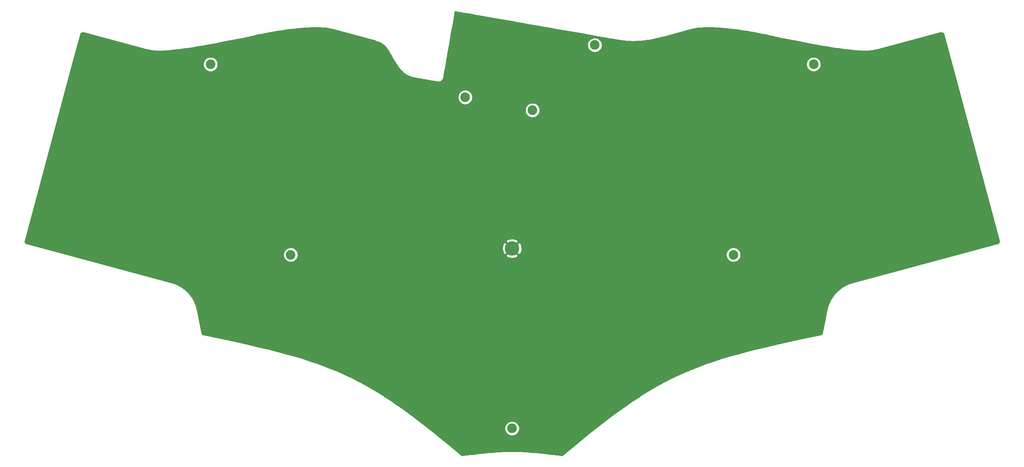
<source format=gtl>
G04 #@! TF.GenerationSoftware,KiCad,Pcbnew,(5.1.9)-1*
G04 #@! TF.CreationDate,2021-07-05T22:29:11+03:00*
G04 #@! TF.ProjectId,choctopus44-bottom-plate,63686f63-746f-4707-9573-34342d626f74,1.0 Prototype*
G04 #@! TF.SameCoordinates,Original*
G04 #@! TF.FileFunction,Copper,L1,Top*
G04 #@! TF.FilePolarity,Positive*
%FSLAX46Y46*%
G04 Gerber Fmt 4.6, Leading zero omitted, Abs format (unit mm)*
G04 Created by KiCad (PCBNEW (5.1.9)-1) date 2021-07-05 22:29:11*
%MOMM*%
%LPD*%
G01*
G04 APERTURE LIST*
G04 #@! TA.AperFunction,ComponentPad*
%ADD10C,2.400000*%
G04 #@! TD*
G04 #@! TA.AperFunction,ComponentPad*
%ADD11C,3.600000*%
G04 #@! TD*
G04 #@! TA.AperFunction,Conductor*
%ADD12C,0.254000*%
G04 #@! TD*
G04 #@! TA.AperFunction,Conductor*
%ADD13C,0.100000*%
G04 #@! TD*
G04 APERTURE END LIST*
D10*
X133000000Y-72000000D03*
X149750000Y-75250000D03*
X165250000Y-59000000D03*
X89570000Y-111250000D03*
X199750000Y-111250000D03*
X219710000Y-63810000D03*
X144660000Y-154500000D03*
X69610000Y-63810000D03*
D11*
X144660000Y-109680000D03*
D12*
X130602495Y-50678700D02*
X130668352Y-50687505D01*
X130747238Y-50700641D01*
X131014348Y-50746906D01*
X131449505Y-50822849D01*
X132042087Y-50926593D01*
X132042090Y-50926593D01*
X132780295Y-51056048D01*
X132780341Y-51056056D01*
X133654385Y-51209487D01*
X133654384Y-51209487D01*
X134653631Y-51385010D01*
X134653635Y-51385010D01*
X135767443Y-51580739D01*
X135767504Y-51580750D01*
X136985740Y-51794888D01*
X136985747Y-51794889D01*
X138297702Y-52025538D01*
X138297805Y-52025557D01*
X139693332Y-52270920D01*
X139693339Y-52270920D01*
X141161831Y-52529116D01*
X141161872Y-52529124D01*
X142692972Y-52798318D01*
X142693006Y-52798324D01*
X144276289Y-53076668D01*
X144276290Y-53076668D01*
X144276306Y-53076671D01*
X145901327Y-53362313D01*
X145901333Y-53362313D01*
X145901347Y-53362316D01*
X147557673Y-53653409D01*
X147557708Y-53653415D01*
X149234910Y-53948107D01*
X149234962Y-53948117D01*
X150922649Y-54244570D01*
X150922658Y-54244571D01*
X150922687Y-54244576D01*
X152610415Y-54540938D01*
X152610417Y-54540938D01*
X152610460Y-54540946D01*
X154287804Y-54835368D01*
X154287809Y-54835368D01*
X154287856Y-54835377D01*
X155944392Y-55126014D01*
X155944404Y-55126015D01*
X155944454Y-55126024D01*
X157569757Y-55411026D01*
X157569769Y-55411027D01*
X157569830Y-55411038D01*
X159153477Y-55688558D01*
X159153483Y-55688558D01*
X159153563Y-55688573D01*
X160685129Y-55956764D01*
X160685136Y-55956765D01*
X160685232Y-55956782D01*
X162154293Y-56213796D01*
X162154300Y-56213797D01*
X162154418Y-56213818D01*
X163550550Y-56457807D01*
X163550556Y-56457807D01*
X163550702Y-56457834D01*
X164863480Y-56686952D01*
X164863494Y-56686953D01*
X164863670Y-56686985D01*
X166082671Y-56899383D01*
X166082685Y-56899384D01*
X166082911Y-56899425D01*
X167197711Y-57093257D01*
X167197734Y-57093259D01*
X167198029Y-57093312D01*
X168198203Y-57266729D01*
X168198232Y-57266731D01*
X168198637Y-57266804D01*
X169073760Y-57417959D01*
X169073803Y-57417962D01*
X169074389Y-57418067D01*
X169811916Y-57544748D01*
X170179146Y-57610198D01*
X170179314Y-57610211D01*
X170183723Y-57610998D01*
X170547793Y-57673339D01*
X170547959Y-57673351D01*
X170553090Y-57674225D01*
X170912541Y-57732878D01*
X170912704Y-57732888D01*
X170918560Y-57733833D01*
X171274043Y-57788596D01*
X171274196Y-57788604D01*
X171280789Y-57789600D01*
X171632955Y-57840268D01*
X171633073Y-57840273D01*
X171640411Y-57841299D01*
X171989908Y-57887669D01*
X171989992Y-57887672D01*
X171998055Y-57888701D01*
X172345534Y-57930571D01*
X172345587Y-57930572D01*
X172354345Y-57931575D01*
X172700457Y-57968741D01*
X172700469Y-57968741D01*
X172709895Y-57969688D01*
X173055289Y-58001946D01*
X173055532Y-58001945D01*
X173055772Y-58001991D01*
X173065301Y-58002807D01*
X173410626Y-58029955D01*
X173411127Y-58029945D01*
X173411618Y-58030032D01*
X173421159Y-58030701D01*
X173767068Y-58052536D01*
X173767790Y-58052511D01*
X173768509Y-58052626D01*
X173778060Y-58053142D01*
X174125201Y-58069459D01*
X174126116Y-58069412D01*
X174127015Y-58069541D01*
X174136573Y-58069898D01*
X174485596Y-58080496D01*
X174486661Y-58080424D01*
X174487719Y-58080557D01*
X174497282Y-58080751D01*
X174848836Y-58085424D01*
X174850012Y-58085324D01*
X174851183Y-58085451D01*
X174860747Y-58085479D01*
X175215485Y-58084026D01*
X175216733Y-58083899D01*
X175217979Y-58084011D01*
X175227542Y-58083871D01*
X175586112Y-58076089D01*
X175587396Y-58075935D01*
X175588683Y-58076028D01*
X175598242Y-58075718D01*
X175961294Y-58061401D01*
X175962570Y-58061225D01*
X175963853Y-58061295D01*
X175973405Y-58060816D01*
X176341590Y-58039764D01*
X176342827Y-58039571D01*
X176344075Y-58039617D01*
X176353617Y-58038970D01*
X176727585Y-58010978D01*
X176728751Y-58010775D01*
X176729928Y-58010798D01*
X176739457Y-58009986D01*
X177119857Y-57974850D01*
X177120917Y-57974646D01*
X177121992Y-57974649D01*
X177131506Y-57973673D01*
X177518990Y-57931192D01*
X177519921Y-57930996D01*
X177520870Y-57930983D01*
X177530367Y-57929848D01*
X177925582Y-57879817D01*
X177926358Y-57879640D01*
X177927158Y-57879616D01*
X177936635Y-57878327D01*
X178340231Y-57820544D01*
X178340844Y-57820394D01*
X178341469Y-57820365D01*
X178350924Y-57818927D01*
X178763555Y-57753187D01*
X178763984Y-57753075D01*
X178764419Y-57753048D01*
X178773851Y-57751466D01*
X179196164Y-57677568D01*
X179196397Y-57677503D01*
X179196636Y-57677485D01*
X179206044Y-57675764D01*
X179638689Y-57593503D01*
X179638720Y-57593494D01*
X179638751Y-57593491D01*
X179648134Y-57591638D01*
X180091761Y-57500812D01*
X180091789Y-57500803D01*
X180100760Y-57498906D01*
X180556021Y-57399310D01*
X180556072Y-57399293D01*
X180564569Y-57397383D01*
X181032113Y-57288815D01*
X181032193Y-57288788D01*
X181040211Y-57286883D01*
X181520686Y-57169140D01*
X181520788Y-57169104D01*
X181528339Y-57167217D01*
X182022399Y-57040095D01*
X182022513Y-57040053D01*
X182029614Y-57038197D01*
X182537906Y-56901494D01*
X182537907Y-56901494D01*
X189289397Y-55090119D01*
X189861808Y-54960607D01*
X190467370Y-54855352D01*
X191108643Y-54772402D01*
X191781854Y-54711016D01*
X192483264Y-54670288D01*
X193209316Y-54649188D01*
X193956464Y-54646607D01*
X194721202Y-54661377D01*
X195500170Y-54692293D01*
X196289997Y-54738118D01*
X197087300Y-54797593D01*
X197888857Y-54869455D01*
X198691314Y-54952413D01*
X199491515Y-55045193D01*
X200286050Y-55146479D01*
X201071745Y-55254979D01*
X201845515Y-55369410D01*
X202604044Y-55488454D01*
X203344162Y-55610809D01*
X204062497Y-55735141D01*
X204756195Y-55860199D01*
X205421841Y-55984633D01*
X206056327Y-56107150D01*
X206656544Y-56226454D01*
X207219159Y-56341204D01*
X207741323Y-56450158D01*
X208219424Y-56551914D01*
X208650971Y-56645308D01*
X209032582Y-56728986D01*
X209361440Y-56801717D01*
X209361443Y-56801717D01*
X209633949Y-56862095D01*
X209634030Y-56862105D01*
X209635385Y-56862412D01*
X209848257Y-56909098D01*
X209848421Y-56909117D01*
X209854240Y-56910382D01*
X211854792Y-57330438D01*
X211854946Y-57330455D01*
X211857883Y-57331079D01*
X213745326Y-57718313D01*
X213745472Y-57718328D01*
X213748634Y-57718984D01*
X215526488Y-58074613D01*
X215526653Y-58074630D01*
X215530035Y-58075312D01*
X217201822Y-58400557D01*
X217201978Y-58400572D01*
X217205633Y-58401288D01*
X218774874Y-58697367D01*
X218775047Y-58697382D01*
X218778976Y-58698127D01*
X220249191Y-58966262D01*
X220249367Y-58966277D01*
X220253614Y-58967053D01*
X221628325Y-59208462D01*
X221628493Y-59208475D01*
X221633107Y-59209285D01*
X222915835Y-59425186D01*
X222916008Y-59425198D01*
X222921014Y-59426037D01*
X224115280Y-59617651D01*
X224115449Y-59617661D01*
X224120901Y-59618529D01*
X225230226Y-59787076D01*
X225230390Y-59787085D01*
X225236342Y-59787977D01*
X226264248Y-59934676D01*
X226264401Y-59934683D01*
X226270916Y-59935594D01*
X227220923Y-60061664D01*
X227221052Y-60061668D01*
X227228208Y-60062591D01*
X228103836Y-60169251D01*
X228103937Y-60169253D01*
X228111810Y-60170175D01*
X228916583Y-60258647D01*
X228916641Y-60258648D01*
X228925331Y-60259552D01*
X229662770Y-60331052D01*
X229662815Y-60331052D01*
X229662851Y-60331059D01*
X229672377Y-60331915D01*
X230346001Y-60387666D01*
X230346522Y-60387658D01*
X230347031Y-60387750D01*
X230356569Y-60388458D01*
X230969899Y-60429676D01*
X230970942Y-60429644D01*
X230971977Y-60429813D01*
X230981526Y-60430359D01*
X231538086Y-60458265D01*
X231539707Y-60458188D01*
X231541319Y-60458420D01*
X231550876Y-60458787D01*
X232054184Y-60474602D01*
X232056435Y-60474452D01*
X232058672Y-60474728D01*
X232068235Y-60474899D01*
X232521814Y-60479841D01*
X232524724Y-60479588D01*
X232527634Y-60479880D01*
X232537198Y-60479836D01*
X232944568Y-60475125D01*
X232948160Y-60474731D01*
X232951762Y-60475004D01*
X232961322Y-60474726D01*
X233326005Y-60461581D01*
X233330256Y-60461009D01*
X233334541Y-60461220D01*
X233344091Y-60460690D01*
X233669608Y-60440330D01*
X233674441Y-60439549D01*
X233679338Y-60439652D01*
X233688869Y-60438852D01*
X233978740Y-60412498D01*
X233983998Y-60411495D01*
X233989350Y-60411450D01*
X233998853Y-60410370D01*
X234256601Y-60379240D01*
X234261998Y-60378045D01*
X234267519Y-60377832D01*
X234276985Y-60376467D01*
X234506129Y-60341782D01*
X234511229Y-60340491D01*
X234516470Y-60340135D01*
X234525893Y-60338494D01*
X234729955Y-60301471D01*
X234734115Y-60300287D01*
X234738421Y-60299880D01*
X234747796Y-60297989D01*
X234930299Y-60259850D01*
X234932697Y-60259098D01*
X234935190Y-60258809D01*
X234944524Y-60256719D01*
X235108986Y-60218683D01*
X235109038Y-60218665D01*
X235117553Y-60216644D01*
X235267497Y-60179929D01*
X235267538Y-60179915D01*
X235268178Y-60179762D01*
X235402557Y-60146712D01*
X235508011Y-60122319D01*
X235519575Y-60120414D01*
X251188809Y-55927239D01*
X251221168Y-55919853D01*
X251285715Y-55909901D01*
X251358699Y-55903652D01*
X251436771Y-55902192D01*
X251516849Y-55906163D01*
X251596110Y-55915827D01*
X251672024Y-55931091D01*
X251742297Y-55951492D01*
X251805172Y-55976252D01*
X251859627Y-56004424D01*
X251905569Y-56035184D01*
X251944027Y-56068406D01*
X251976852Y-56105272D01*
X252005999Y-56148678D01*
X252032574Y-56203143D01*
X252063550Y-56296683D01*
X265870502Y-107698113D01*
X265892362Y-107823207D01*
X265898999Y-107924234D01*
X265894847Y-108006359D01*
X265883166Y-108073124D01*
X265865999Y-108128770D01*
X265843984Y-108177428D01*
X265816639Y-108222376D01*
X265783005Y-108265591D01*
X265742289Y-108307799D01*
X265694252Y-108348828D01*
X265639410Y-108387970D01*
X265578904Y-108424376D01*
X265514387Y-108457252D01*
X265447850Y-108485974D01*
X265381615Y-108510083D01*
X265311833Y-108531256D01*
X229807960Y-118046934D01*
X229541994Y-118113707D01*
X229536336Y-118115732D01*
X229530411Y-118116723D01*
X229521194Y-118119278D01*
X229251536Y-118196064D01*
X229245876Y-118198293D01*
X229239910Y-118199486D01*
X229230779Y-118202332D01*
X228962989Y-118287837D01*
X228957320Y-118290279D01*
X228951306Y-118291683D01*
X228942270Y-118294818D01*
X228676667Y-118389066D01*
X228670982Y-118391734D01*
X228664924Y-118393355D01*
X228655993Y-118396780D01*
X228392894Y-118499796D01*
X228387203Y-118502694D01*
X228381092Y-118504544D01*
X228372278Y-118508257D01*
X228112003Y-118620063D01*
X228106304Y-118623202D01*
X228100141Y-118625292D01*
X228091454Y-118629294D01*
X227834320Y-118749915D01*
X227828615Y-118753306D01*
X227822403Y-118755646D01*
X227813854Y-118759934D01*
X227560182Y-118889394D01*
X227554481Y-118893045D01*
X227548227Y-118895644D01*
X227539827Y-118900217D01*
X227289934Y-119038539D01*
X227284242Y-119042461D01*
X227277951Y-119045330D01*
X227269712Y-119050187D01*
X227023917Y-119197395D01*
X227018247Y-119201594D01*
X227011930Y-119204742D01*
X227003863Y-119209880D01*
X226762484Y-119365997D01*
X226756840Y-119370485D01*
X226750511Y-119373921D01*
X226742628Y-119379337D01*
X226505984Y-119544389D01*
X226500390Y-119549166D01*
X226494059Y-119552898D01*
X226486373Y-119558589D01*
X226254782Y-119732598D01*
X226249254Y-119737667D01*
X226242936Y-119741703D01*
X226235458Y-119747666D01*
X226009240Y-119930656D01*
X226003795Y-119936020D01*
X225997505Y-119940366D01*
X225990248Y-119946596D01*
X225769722Y-120138592D01*
X225764378Y-120144251D01*
X225758147Y-120148903D01*
X225751122Y-120155394D01*
X225536605Y-120356419D01*
X225531390Y-120362364D01*
X225525231Y-120367326D01*
X225518451Y-120374072D01*
X225310262Y-120584149D01*
X225305193Y-120590377D01*
X225299130Y-120595647D01*
X225292607Y-120602641D01*
X225091065Y-120821794D01*
X225086163Y-120828299D01*
X225080227Y-120833864D01*
X225073971Y-120841099D01*
X224879394Y-121069353D01*
X224874687Y-121076113D01*
X224868901Y-121081966D01*
X224862924Y-121089433D01*
X224675631Y-121326811D01*
X224671141Y-121333812D01*
X224665528Y-121339940D01*
X224659841Y-121347629D01*
X224480150Y-121594155D01*
X224475900Y-121601374D01*
X224470483Y-121607763D01*
X224465094Y-121615665D01*
X224293325Y-121871363D01*
X224289335Y-121878776D01*
X224284143Y-121885400D01*
X224279062Y-121893503D01*
X224115532Y-122158395D01*
X224111818Y-122165981D01*
X224106873Y-122172816D01*
X224102107Y-122181109D01*
X223947136Y-122455222D01*
X223943718Y-122462941D01*
X223939039Y-122469964D01*
X223934597Y-122478434D01*
X223788503Y-122761790D01*
X223785393Y-122769614D01*
X223780999Y-122776793D01*
X223776885Y-122785428D01*
X223639986Y-123078051D01*
X223637194Y-123085947D01*
X223633100Y-123093250D01*
X223629321Y-123102036D01*
X223501936Y-123403949D01*
X223499469Y-123411882D01*
X223495687Y-123419275D01*
X223492245Y-123428198D01*
X223374693Y-123739426D01*
X223372554Y-123747357D01*
X223369092Y-123754808D01*
X223365991Y-123763855D01*
X223258591Y-124084423D01*
X223256780Y-124092315D01*
X223253644Y-124099786D01*
X223250884Y-124108943D01*
X223153953Y-124438872D01*
X223152464Y-124446700D01*
X223149656Y-124454152D01*
X223147237Y-124463405D01*
X223061095Y-124802721D01*
X223059920Y-124810447D01*
X223057438Y-124817848D01*
X223055360Y-124827184D01*
X222986254Y-125148358D01*
X222984671Y-125153583D01*
X221871572Y-130759192D01*
X221845469Y-130862380D01*
X221820807Y-130933993D01*
X221798340Y-130982992D01*
X221779715Y-131013945D01*
X221764764Y-131033062D01*
X221750722Y-131046973D01*
X221732638Y-131060931D01*
X221704908Y-131077704D01*
X221663015Y-131097722D01*
X221604328Y-131120151D01*
X221527954Y-131143952D01*
X221434195Y-131168474D01*
X221323902Y-131193649D01*
X221197972Y-131219972D01*
X221058732Y-131248046D01*
X221058637Y-131248075D01*
X221056998Y-131248398D01*
X220907878Y-131278865D01*
X220907759Y-131278902D01*
X220905422Y-131279371D01*
X217978882Y-131888472D01*
X217978748Y-131888514D01*
X217976192Y-131889038D01*
X215186904Y-132481262D01*
X215186759Y-132481308D01*
X215183460Y-132482002D01*
X212523945Y-133060981D01*
X212523785Y-133061033D01*
X212519670Y-133061926D01*
X209982454Y-133631289D01*
X209982289Y-133631343D01*
X209977270Y-133632474D01*
X207554876Y-134195853D01*
X207554721Y-134195905D01*
X207548714Y-134197317D01*
X205233664Y-134758344D01*
X205233545Y-134758386D01*
X205226460Y-134760131D01*
X203011281Y-135322436D01*
X203011221Y-135322458D01*
X203002987Y-135324596D01*
X200880201Y-135891810D01*
X200880107Y-135891845D01*
X200880012Y-135891861D01*
X200870790Y-135894397D01*
X198832920Y-136470151D01*
X198832263Y-136470408D01*
X198831570Y-136470534D01*
X198822390Y-136473217D01*
X196861961Y-137061142D01*
X196860754Y-137061637D01*
X196859474Y-137061893D01*
X196850343Y-137064739D01*
X194959879Y-137668467D01*
X194958148Y-137669213D01*
X194956314Y-137669617D01*
X194947240Y-137672639D01*
X193119265Y-138295799D01*
X193117065Y-138296798D01*
X193114722Y-138297366D01*
X193105714Y-138300578D01*
X191332751Y-138946802D01*
X191330155Y-138948047D01*
X191327372Y-138948788D01*
X191318437Y-138952201D01*
X189593009Y-139625120D01*
X189590099Y-139626597D01*
X189586969Y-139627509D01*
X189578117Y-139631130D01*
X187892750Y-140334375D01*
X187889634Y-140336049D01*
X187886260Y-140337122D01*
X187877498Y-140340957D01*
X186224714Y-141078159D01*
X186221496Y-141079990D01*
X186218001Y-141081197D01*
X186209337Y-141085247D01*
X184581660Y-141860036D01*
X184578461Y-141861962D01*
X184574962Y-141863269D01*
X184566401Y-141867533D01*
X182956355Y-142683542D01*
X182953281Y-142685498D01*
X182949904Y-142686855D01*
X182941451Y-142691327D01*
X181341560Y-143552186D01*
X181338717Y-143554095D01*
X181335569Y-143555448D01*
X181327224Y-143560122D01*
X179730012Y-144469462D01*
X179727481Y-144471251D01*
X179724664Y-144472539D01*
X179716429Y-144477403D01*
X178114420Y-145438854D01*
X178112270Y-145440449D01*
X178109862Y-145441614D01*
X178101735Y-145446656D01*
X176487453Y-146463850D01*
X176485733Y-146465185D01*
X176483792Y-146466173D01*
X176475769Y-146471379D01*
X174841736Y-147547946D01*
X174840475Y-147548967D01*
X174839040Y-147549731D01*
X174831116Y-147555086D01*
X173169858Y-148694659D01*
X173169064Y-148695327D01*
X173168160Y-148695828D01*
X173160327Y-148701316D01*
X171464367Y-149907524D01*
X171464036Y-149907812D01*
X171463667Y-149908024D01*
X171455919Y-149913631D01*
X169717780Y-151190105D01*
X169717756Y-151190127D01*
X169710382Y-151195615D01*
X167922589Y-152545987D01*
X167922514Y-152546056D01*
X167916190Y-152550880D01*
X166071267Y-153978782D01*
X166071170Y-153978874D01*
X166065804Y-153983054D01*
X164156273Y-155492115D01*
X164156151Y-155492232D01*
X164151675Y-155495781D01*
X162170061Y-157089631D01*
X162169932Y-157089757D01*
X162166253Y-157092717D01*
X160105079Y-158774991D01*
X160104960Y-158775109D01*
X160101986Y-158777531D01*
X157953777Y-160551857D01*
X157953675Y-160551960D01*
X157948399Y-160556346D01*
X157838987Y-160648614D01*
X157838879Y-160648725D01*
X157834061Y-160652808D01*
X157730523Y-160741809D01*
X157730411Y-160741926D01*
X157727682Y-160744265D01*
X157629565Y-160829546D01*
X157629541Y-160829572D01*
X157629121Y-160829932D01*
X157537176Y-160909987D01*
X157452476Y-160983065D01*
X157375475Y-161048059D01*
X157308895Y-161102206D01*
X157220890Y-161168690D01*
X157157286Y-161210494D01*
X157129381Y-161225179D01*
X156032251Y-161103820D01*
X156032239Y-161103820D01*
X156031959Y-161103787D01*
X154967837Y-160986541D01*
X154967790Y-160986540D01*
X154967167Y-160986468D01*
X153967387Y-160877308D01*
X153967317Y-160877307D01*
X153966268Y-160877187D01*
X153026237Y-160776113D01*
X153026149Y-160776112D01*
X153024596Y-160775938D01*
X152139717Y-160682950D01*
X152139601Y-160682949D01*
X152137477Y-160682718D01*
X151303152Y-160597815D01*
X151303003Y-160597814D01*
X151300233Y-160597525D01*
X150511868Y-160520709D01*
X150511711Y-160520709D01*
X150508198Y-160520361D01*
X149761197Y-160451631D01*
X149761022Y-160451632D01*
X149756715Y-160451234D01*
X149046481Y-160390589D01*
X149046310Y-160390591D01*
X149041141Y-160390154D01*
X148363079Y-160337595D01*
X148362926Y-160337598D01*
X148356863Y-160337141D01*
X147706378Y-160292669D01*
X147706238Y-160292673D01*
X147699309Y-160292223D01*
X147071802Y-160255836D01*
X147071699Y-160255840D01*
X147063940Y-160255425D01*
X146454817Y-160227124D01*
X146454745Y-160227128D01*
X146446271Y-160226781D01*
X145851427Y-160206583D01*
X145851422Y-160206582D01*
X145851343Y-160206580D01*
X145850936Y-160206566D01*
X145850908Y-160206568D01*
X145841861Y-160206318D01*
X145255872Y-160194192D01*
X145255850Y-160194192D01*
X145255719Y-160194189D01*
X145255709Y-160194190D01*
X145246308Y-160194059D01*
X144664806Y-160190017D01*
X144655239Y-160190017D01*
X144073691Y-160194059D01*
X144073679Y-160194060D01*
X144064280Y-160194189D01*
X143478137Y-160206318D01*
X143478103Y-160206322D01*
X143469063Y-160206566D01*
X142873728Y-160226781D01*
X142873665Y-160226789D01*
X142865182Y-160227124D01*
X142256059Y-160255425D01*
X142255951Y-160255441D01*
X142248197Y-160255836D01*
X141620690Y-160292223D01*
X141620556Y-160292244D01*
X141613621Y-160292669D01*
X140963135Y-160337141D01*
X140962974Y-160337168D01*
X140956920Y-160337595D01*
X140278858Y-160390154D01*
X140278690Y-160390184D01*
X140273517Y-160390589D01*
X139563284Y-160451234D01*
X139563120Y-160451264D01*
X139558801Y-160451631D01*
X138811801Y-160520361D01*
X138811640Y-160520392D01*
X138808132Y-160520709D01*
X138019766Y-160597525D01*
X138019632Y-160597552D01*
X138016847Y-160597815D01*
X137182522Y-160682718D01*
X137182403Y-160682742D01*
X137180281Y-160682950D01*
X136295403Y-160775938D01*
X136295307Y-160775958D01*
X136293761Y-160776113D01*
X135353731Y-160877187D01*
X135353668Y-160877200D01*
X135352612Y-160877308D01*
X134352833Y-160986468D01*
X134352797Y-160986476D01*
X134352162Y-160986541D01*
X133288040Y-161103787D01*
X133288013Y-161103793D01*
X133287749Y-161103820D01*
X132190617Y-161225179D01*
X132162713Y-161210494D01*
X132099115Y-161168694D01*
X132011104Y-161102206D01*
X131944524Y-161048059D01*
X131867523Y-160983065D01*
X131782823Y-160909987D01*
X131690878Y-160829932D01*
X131690846Y-160829909D01*
X131690434Y-160829546D01*
X131592317Y-160744265D01*
X131592188Y-160744173D01*
X131589476Y-160741809D01*
X131485938Y-160652808D01*
X131485813Y-160652720D01*
X131481015Y-160648616D01*
X131371604Y-160556348D01*
X131371487Y-160556267D01*
X131366222Y-160551857D01*
X129218014Y-158777531D01*
X129217875Y-158777437D01*
X129214920Y-158774991D01*
X127153746Y-157092717D01*
X127153601Y-157092620D01*
X127149937Y-157089631D01*
X125168324Y-155495780D01*
X125168179Y-155495685D01*
X125163725Y-155492115D01*
X123679633Y-154319268D01*
X142825000Y-154319268D01*
X142825000Y-154680732D01*
X142895518Y-155035250D01*
X143033844Y-155369199D01*
X143234662Y-155669744D01*
X143490256Y-155925338D01*
X143790801Y-156126156D01*
X144124750Y-156264482D01*
X144479268Y-156335000D01*
X144840732Y-156335000D01*
X145195250Y-156264482D01*
X145529199Y-156126156D01*
X145829744Y-155925338D01*
X146085338Y-155669744D01*
X146286156Y-155369199D01*
X146424482Y-155035250D01*
X146495000Y-154680732D01*
X146495000Y-154319268D01*
X146424482Y-153964750D01*
X146286156Y-153630801D01*
X146085338Y-153330256D01*
X145829744Y-153074662D01*
X145529199Y-152873844D01*
X145195250Y-152735518D01*
X144840732Y-152665000D01*
X144479268Y-152665000D01*
X144124750Y-152735518D01*
X143790801Y-152873844D01*
X143490256Y-153074662D01*
X143234662Y-153330256D01*
X143033844Y-153630801D01*
X142895518Y-153964750D01*
X142825000Y-154319268D01*
X123679633Y-154319268D01*
X123254195Y-153983054D01*
X123254075Y-153982977D01*
X123248732Y-153978781D01*
X121403808Y-152550880D01*
X121403730Y-152550831D01*
X121397410Y-152545988D01*
X119609617Y-151195615D01*
X119609594Y-151195601D01*
X119602219Y-151190105D01*
X117864080Y-149913630D01*
X117863708Y-149913409D01*
X117863387Y-149913122D01*
X117855632Y-149907525D01*
X116159672Y-148701316D01*
X116158772Y-148700800D01*
X116157990Y-148700124D01*
X116150141Y-148694659D01*
X114488883Y-147555086D01*
X114487460Y-147554302D01*
X114486212Y-147553263D01*
X114478262Y-147547946D01*
X112844230Y-146471379D01*
X112842304Y-146470364D01*
X112840602Y-146469005D01*
X112832546Y-146463850D01*
X111218264Y-145446656D01*
X111215872Y-145445457D01*
X111213745Y-145443833D01*
X111205579Y-145438854D01*
X109603570Y-144477403D01*
X109600769Y-144476075D01*
X109598265Y-144474252D01*
X109589987Y-144469462D01*
X107992775Y-143560122D01*
X107989649Y-143558727D01*
X107986830Y-143556776D01*
X107978439Y-143552186D01*
X106378549Y-142691328D01*
X106375188Y-142689923D01*
X106372145Y-142687926D01*
X106363644Y-142683542D01*
X104753598Y-141867533D01*
X104750118Y-141866178D01*
X104746946Y-141864207D01*
X104738339Y-141860036D01*
X103110663Y-141085247D01*
X103107185Y-141083991D01*
X103103994Y-141082116D01*
X103095286Y-141078159D01*
X101442501Y-140340957D01*
X101439143Y-140339837D01*
X101436049Y-140338119D01*
X101427248Y-140334375D01*
X99741882Y-139631130D01*
X99738765Y-139630174D01*
X99735876Y-139628657D01*
X99726990Y-139625120D01*
X98001562Y-138952201D01*
X97998789Y-138951421D01*
X97996211Y-138950140D01*
X97987248Y-138946802D01*
X96214285Y-138300578D01*
X96211950Y-138299977D01*
X96209765Y-138298948D01*
X96200734Y-138295799D01*
X94372758Y-137672639D01*
X94370926Y-137672208D01*
X94369211Y-137671441D01*
X94360121Y-137668467D01*
X92469656Y-137064739D01*
X92468376Y-137064464D01*
X92467179Y-137063954D01*
X92458037Y-137061142D01*
X90497609Y-136473217D01*
X90496915Y-136473081D01*
X90496265Y-136472816D01*
X90487079Y-136470151D01*
X88449209Y-135894397D01*
X88449110Y-135894379D01*
X88449020Y-135894344D01*
X88439798Y-135891810D01*
X86317012Y-135324596D01*
X86316938Y-135324584D01*
X86308718Y-135322436D01*
X84093538Y-134760131D01*
X84093419Y-134760113D01*
X84086335Y-134758344D01*
X81771286Y-134197317D01*
X81771133Y-134197295D01*
X81765123Y-134195853D01*
X79342728Y-133632473D01*
X79342553Y-133632450D01*
X79337545Y-133631289D01*
X76800329Y-133061926D01*
X76800161Y-133061905D01*
X76796055Y-133060981D01*
X74136539Y-132482002D01*
X74136380Y-132481983D01*
X74133096Y-132481262D01*
X71343807Y-131889038D01*
X71343675Y-131889023D01*
X71341117Y-131888472D01*
X68414578Y-131279371D01*
X68414444Y-131279357D01*
X68412121Y-131278865D01*
X68263001Y-131248398D01*
X68262903Y-131248388D01*
X68261267Y-131248046D01*
X68122026Y-131219972D01*
X67996119Y-131193654D01*
X67885804Y-131168474D01*
X67792045Y-131143952D01*
X67715670Y-131120151D01*
X67656988Y-131097724D01*
X67615095Y-131077706D01*
X67587358Y-131060928D01*
X67569272Y-131046969D01*
X67555236Y-131033064D01*
X67540284Y-131013945D01*
X67521659Y-130982992D01*
X67499192Y-130933994D01*
X67474530Y-130862379D01*
X67448429Y-130759198D01*
X66335328Y-125153583D01*
X66333747Y-125148365D01*
X66264638Y-124827182D01*
X66262258Y-124819744D01*
X66261192Y-124812007D01*
X66258904Y-124802721D01*
X66172762Y-124463406D01*
X66170057Y-124455912D01*
X66168678Y-124448067D01*
X66166046Y-124438872D01*
X66069115Y-124108943D01*
X66066083Y-124101429D01*
X66064383Y-124093513D01*
X66061408Y-124084423D01*
X65954008Y-123763856D01*
X65950652Y-123756361D01*
X65948623Y-123748397D01*
X65945306Y-123739426D01*
X65827754Y-123428198D01*
X65824074Y-123420749D01*
X65821719Y-123412787D01*
X65818063Y-123403949D01*
X65690678Y-123102035D01*
X65686686Y-123094675D01*
X65684005Y-123086742D01*
X65680013Y-123078051D01*
X65543114Y-122785428D01*
X65538817Y-122778183D01*
X65535819Y-122770322D01*
X65531496Y-122761790D01*
X65385402Y-122478434D01*
X65380820Y-122471344D01*
X65377511Y-122463580D01*
X65372862Y-122455222D01*
X65217892Y-122181109D01*
X65213039Y-122174199D01*
X65209434Y-122166569D01*
X65204467Y-122158395D01*
X65040937Y-121893502D01*
X65035837Y-121886805D01*
X65031952Y-121879339D01*
X65026674Y-121871363D01*
X64854905Y-121615665D01*
X64849577Y-121609200D01*
X64845429Y-121601924D01*
X64839849Y-121594155D01*
X64660158Y-121347629D01*
X64654628Y-121341420D01*
X64650239Y-121334361D01*
X64644368Y-121326811D01*
X64457075Y-121089433D01*
X64451367Y-121083496D01*
X64446758Y-121076675D01*
X64440604Y-121069353D01*
X64246028Y-120841098D01*
X64240164Y-120835444D01*
X64235359Y-120828880D01*
X64228934Y-120821795D01*
X64027392Y-120602641D01*
X64021402Y-120597286D01*
X64016423Y-120590991D01*
X64009739Y-120584150D01*
X63801550Y-120374073D01*
X63795456Y-120369022D01*
X63790326Y-120363006D01*
X63783393Y-120356417D01*
X63568875Y-120155392D01*
X63562704Y-120150650D01*
X63557446Y-120144923D01*
X63550277Y-120138592D01*
X63329751Y-119946596D01*
X63323520Y-119942161D01*
X63318153Y-119936724D01*
X63310759Y-119930657D01*
X63084541Y-119747666D01*
X63078278Y-119743541D01*
X63072823Y-119738397D01*
X63065217Y-119732599D01*
X62833627Y-119558589D01*
X62827343Y-119554765D01*
X62821821Y-119549915D01*
X62814015Y-119544389D01*
X62577371Y-119379337D01*
X62571086Y-119375811D01*
X62565509Y-119371247D01*
X62557514Y-119365997D01*
X62316136Y-119209880D01*
X62309863Y-119206643D01*
X62304252Y-119202366D01*
X62296081Y-119197395D01*
X62050287Y-119050187D01*
X62044034Y-119047229D01*
X62038400Y-119043230D01*
X62030065Y-119038539D01*
X61780172Y-118900217D01*
X61773953Y-118897530D01*
X61768305Y-118893801D01*
X61759817Y-118889394D01*
X61506145Y-118759934D01*
X61499966Y-118757508D01*
X61494309Y-118754037D01*
X61485679Y-118749915D01*
X61228545Y-118629294D01*
X61222411Y-118627118D01*
X61216757Y-118623900D01*
X61207996Y-118620063D01*
X60947721Y-118508257D01*
X60941634Y-118506321D01*
X60935986Y-118503345D01*
X60927105Y-118499796D01*
X60664006Y-118396780D01*
X60657965Y-118395073D01*
X60652322Y-118392328D01*
X60643331Y-118389066D01*
X60377729Y-118294818D01*
X60371732Y-118293330D01*
X60366101Y-118290810D01*
X60357011Y-118287837D01*
X60089220Y-118202332D01*
X60083270Y-118201056D01*
X60077642Y-118198748D01*
X60068462Y-118196064D01*
X59798805Y-118119278D01*
X59792893Y-118118204D01*
X59787266Y-118116101D01*
X59778006Y-118113708D01*
X59512086Y-118046945D01*
X33477725Y-111069268D01*
X87735000Y-111069268D01*
X87735000Y-111430732D01*
X87805518Y-111785250D01*
X87943844Y-112119199D01*
X88144662Y-112419744D01*
X88400256Y-112675338D01*
X88700801Y-112876156D01*
X89034750Y-113014482D01*
X89389268Y-113085000D01*
X89750732Y-113085000D01*
X90105250Y-113014482D01*
X90439199Y-112876156D01*
X90739744Y-112675338D01*
X90995338Y-112419744D01*
X91196156Y-112119199D01*
X91334482Y-111785250D01*
X91405000Y-111430732D01*
X91405000Y-111385192D01*
X143134414Y-111385192D01*
X143326502Y-111731469D01*
X143752346Y-111952203D01*
X144213071Y-112085618D01*
X144690971Y-112126585D01*
X145167681Y-112073532D01*
X145624881Y-111928498D01*
X145993498Y-111731469D01*
X146185586Y-111385192D01*
X144660000Y-109859605D01*
X143134414Y-111385192D01*
X91405000Y-111385192D01*
X91405000Y-111069268D01*
X91334482Y-110714750D01*
X91196156Y-110380801D01*
X90995338Y-110080256D01*
X90739744Y-109824662D01*
X90569594Y-109710971D01*
X142213415Y-109710971D01*
X142266468Y-110187681D01*
X142411502Y-110644881D01*
X142608531Y-111013498D01*
X142954808Y-111205586D01*
X144480395Y-109680000D01*
X144839605Y-109680000D01*
X146365192Y-111205586D01*
X146610932Y-111069268D01*
X197915000Y-111069268D01*
X197915000Y-111430732D01*
X197985518Y-111785250D01*
X198123844Y-112119199D01*
X198324662Y-112419744D01*
X198580256Y-112675338D01*
X198880801Y-112876156D01*
X199214750Y-113014482D01*
X199569268Y-113085000D01*
X199930732Y-113085000D01*
X200285250Y-113014482D01*
X200619199Y-112876156D01*
X200919744Y-112675338D01*
X201175338Y-112419744D01*
X201376156Y-112119199D01*
X201514482Y-111785250D01*
X201585000Y-111430732D01*
X201585000Y-111069268D01*
X201514482Y-110714750D01*
X201376156Y-110380801D01*
X201175338Y-110080256D01*
X200919744Y-109824662D01*
X200619199Y-109623844D01*
X200285250Y-109485518D01*
X199930732Y-109415000D01*
X199569268Y-109415000D01*
X199214750Y-109485518D01*
X198880801Y-109623844D01*
X198580256Y-109824662D01*
X198324662Y-110080256D01*
X198123844Y-110380801D01*
X197985518Y-110714750D01*
X197915000Y-111069268D01*
X146610932Y-111069268D01*
X146711469Y-111013498D01*
X146932203Y-110587654D01*
X147065618Y-110126929D01*
X147106585Y-109649029D01*
X147053532Y-109172319D01*
X146908498Y-108715119D01*
X146711469Y-108346502D01*
X146365192Y-108154414D01*
X144839605Y-109680000D01*
X144480395Y-109680000D01*
X142954808Y-108154414D01*
X142608531Y-108346502D01*
X142387797Y-108772346D01*
X142254382Y-109233071D01*
X142213415Y-109710971D01*
X90569594Y-109710971D01*
X90439199Y-109623844D01*
X90105250Y-109485518D01*
X89750732Y-109415000D01*
X89389268Y-109415000D01*
X89034750Y-109485518D01*
X88700801Y-109623844D01*
X88400256Y-109824662D01*
X88144662Y-110080256D01*
X87943844Y-110380801D01*
X87805518Y-110714750D01*
X87735000Y-111069268D01*
X33477725Y-111069268D01*
X24008185Y-108531261D01*
X23938375Y-108510080D01*
X23872155Y-108485977D01*
X23805605Y-108457249D01*
X23741101Y-108424380D01*
X23680582Y-108387965D01*
X23625741Y-108348825D01*
X23577718Y-108307806D01*
X23536993Y-108265589D01*
X23503360Y-108222374D01*
X23476013Y-108177425D01*
X23454000Y-108128770D01*
X23436833Y-108073124D01*
X23425152Y-108006359D01*
X23423557Y-107974808D01*
X143134414Y-107974808D01*
X144660000Y-109500395D01*
X146185586Y-107974808D01*
X145993498Y-107628531D01*
X145567654Y-107407797D01*
X145106929Y-107274382D01*
X144629029Y-107233415D01*
X144152319Y-107286468D01*
X143695119Y-107431502D01*
X143326502Y-107628531D01*
X143134414Y-107974808D01*
X23423557Y-107974808D01*
X23421000Y-107924234D01*
X23427637Y-107823214D01*
X23449501Y-107698098D01*
X32213939Y-75069268D01*
X147915000Y-75069268D01*
X147915000Y-75430732D01*
X147985518Y-75785250D01*
X148123844Y-76119199D01*
X148324662Y-76419744D01*
X148580256Y-76675338D01*
X148880801Y-76876156D01*
X149214750Y-77014482D01*
X149569268Y-77085000D01*
X149930732Y-77085000D01*
X150285250Y-77014482D01*
X150619199Y-76876156D01*
X150919744Y-76675338D01*
X151175338Y-76419744D01*
X151376156Y-76119199D01*
X151514482Y-75785250D01*
X151585000Y-75430732D01*
X151585000Y-75069268D01*
X151514482Y-74714750D01*
X151376156Y-74380801D01*
X151175338Y-74080256D01*
X150919744Y-73824662D01*
X150619199Y-73623844D01*
X150285250Y-73485518D01*
X149930732Y-73415000D01*
X149569268Y-73415000D01*
X149214750Y-73485518D01*
X148880801Y-73623844D01*
X148580256Y-73824662D01*
X148324662Y-74080256D01*
X148123844Y-74380801D01*
X147985518Y-74714750D01*
X147915000Y-75069268D01*
X32213939Y-75069268D01*
X33086923Y-71819268D01*
X131165000Y-71819268D01*
X131165000Y-72180732D01*
X131235518Y-72535250D01*
X131373844Y-72869199D01*
X131574662Y-73169744D01*
X131830256Y-73425338D01*
X132130801Y-73626156D01*
X132464750Y-73764482D01*
X132819268Y-73835000D01*
X133180732Y-73835000D01*
X133535250Y-73764482D01*
X133869199Y-73626156D01*
X134169744Y-73425338D01*
X134425338Y-73169744D01*
X134626156Y-72869199D01*
X134764482Y-72535250D01*
X134835000Y-72180732D01*
X134835000Y-71819268D01*
X134764482Y-71464750D01*
X134626156Y-71130801D01*
X134425338Y-70830256D01*
X134169744Y-70574662D01*
X133869199Y-70373844D01*
X133535250Y-70235518D01*
X133180732Y-70165000D01*
X132819268Y-70165000D01*
X132464750Y-70235518D01*
X132130801Y-70373844D01*
X131830256Y-70574662D01*
X131574662Y-70830256D01*
X131373844Y-71130801D01*
X131235518Y-71464750D01*
X131165000Y-71819268D01*
X33086923Y-71819268D01*
X35286842Y-63629268D01*
X67775000Y-63629268D01*
X67775000Y-63990732D01*
X67845518Y-64345250D01*
X67983844Y-64679199D01*
X68184662Y-64979744D01*
X68440256Y-65235338D01*
X68740801Y-65436156D01*
X69074750Y-65574482D01*
X69429268Y-65645000D01*
X69790732Y-65645000D01*
X70145250Y-65574482D01*
X70479199Y-65436156D01*
X70779744Y-65235338D01*
X71035338Y-64979744D01*
X71236156Y-64679199D01*
X71374482Y-64345250D01*
X71445000Y-63990732D01*
X71445000Y-63629268D01*
X71374482Y-63274750D01*
X71236156Y-62940801D01*
X71035338Y-62640256D01*
X70779744Y-62384662D01*
X70479199Y-62183844D01*
X70145250Y-62045518D01*
X69790732Y-61975000D01*
X69429268Y-61975000D01*
X69074750Y-62045518D01*
X68740801Y-62183844D01*
X68440256Y-62384662D01*
X68184662Y-62640256D01*
X67983844Y-62940801D01*
X67845518Y-63274750D01*
X67775000Y-63629268D01*
X35286842Y-63629268D01*
X37256453Y-56296672D01*
X37287425Y-56203143D01*
X37314000Y-56148678D01*
X37343147Y-56105272D01*
X37375972Y-56068406D01*
X37414432Y-56035182D01*
X37460373Y-56004423D01*
X37514821Y-55976254D01*
X37577708Y-55951490D01*
X37647972Y-55931092D01*
X37723887Y-55915827D01*
X37803151Y-55906163D01*
X37883228Y-55902192D01*
X37961300Y-55903652D01*
X38034286Y-55909901D01*
X38098837Y-55919854D01*
X38165212Y-55935004D01*
X53805424Y-60120414D01*
X53813071Y-60121674D01*
X53908744Y-60144974D01*
X54037813Y-60178091D01*
X54037924Y-60178108D01*
X54039895Y-60178622D01*
X54184875Y-60215337D01*
X54185228Y-60215390D01*
X54185558Y-60215509D01*
X54194848Y-60217783D01*
X54355102Y-60255819D01*
X54358223Y-60256244D01*
X54361210Y-60257239D01*
X54370550Y-60259298D01*
X54549557Y-60297437D01*
X54554352Y-60297977D01*
X54558962Y-60299371D01*
X54568356Y-60301168D01*
X54769595Y-60338191D01*
X54775190Y-60338663D01*
X54780608Y-60340124D01*
X54790053Y-60341635D01*
X55017007Y-60376320D01*
X55022764Y-60376631D01*
X55028366Y-60377958D01*
X55037852Y-60379179D01*
X55293999Y-60410309D01*
X55299497Y-60410437D01*
X55304876Y-60411542D01*
X55314395Y-60412478D01*
X55603216Y-60438832D01*
X55608189Y-60438798D01*
X55613088Y-60439661D01*
X55622629Y-60440326D01*
X55947603Y-60460686D01*
X55951926Y-60460534D01*
X55956200Y-60461170D01*
X55965755Y-60461581D01*
X56330363Y-60474726D01*
X56333973Y-60474503D01*
X56337566Y-60474948D01*
X56347129Y-60475125D01*
X56754848Y-60479836D01*
X56757748Y-60479585D01*
X56760650Y-60479879D01*
X56770214Y-60479841D01*
X57224528Y-60474899D01*
X57226753Y-60474656D01*
X57228983Y-60474836D01*
X57238545Y-60474604D01*
X57742931Y-60458789D01*
X57744525Y-60458582D01*
X57746127Y-60458681D01*
X57755683Y-60458270D01*
X58313621Y-60430363D01*
X58314641Y-60430211D01*
X58315664Y-60430257D01*
X58325211Y-60429685D01*
X58940184Y-60388467D01*
X58940682Y-60388384D01*
X58941183Y-60388399D01*
X58950720Y-60387679D01*
X59626204Y-60331928D01*
X59626234Y-60331923D01*
X59626258Y-60331923D01*
X59635784Y-60331069D01*
X60375262Y-60259569D01*
X60375320Y-60259558D01*
X60383991Y-60258669D01*
X61190941Y-60170197D01*
X61191037Y-60170177D01*
X61198903Y-60169277D01*
X62076805Y-60062617D01*
X62076935Y-60062588D01*
X62084085Y-60061693D01*
X63036420Y-59935623D01*
X63036572Y-59935587D01*
X63043089Y-59934706D01*
X64073336Y-59788007D01*
X64073487Y-59787970D01*
X64079457Y-59787108D01*
X65191096Y-59618561D01*
X65191261Y-59618519D01*
X65196728Y-59617683D01*
X66393240Y-59426069D01*
X66393414Y-59426023D01*
X66398433Y-59425216D01*
X67683297Y-59209315D01*
X67683462Y-59209270D01*
X67688097Y-59208491D01*
X69064793Y-58967082D01*
X69064956Y-58967037D01*
X69069236Y-58966288D01*
X70541245Y-58698154D01*
X70541407Y-58698108D01*
X70545369Y-58697390D01*
X72116168Y-58401311D01*
X72116333Y-58401263D01*
X72120004Y-58400576D01*
X73793074Y-58075331D01*
X73793223Y-58075287D01*
X73796647Y-58074627D01*
X75575470Y-57718998D01*
X75575620Y-57718952D01*
X75578807Y-57718322D01*
X77466860Y-57331088D01*
X77467000Y-57331045D01*
X77469980Y-57330441D01*
X79470745Y-56910385D01*
X79470898Y-56910337D01*
X79476743Y-56909098D01*
X79689615Y-56862412D01*
X79689701Y-56862384D01*
X79691050Y-56862095D01*
X79963558Y-56801717D01*
X80292417Y-56728986D01*
X80674028Y-56645308D01*
X81105575Y-56551914D01*
X81583676Y-56450158D01*
X82105797Y-56341213D01*
X82668455Y-56226454D01*
X83268566Y-56107171D01*
X83903158Y-55984633D01*
X84568805Y-55860199D01*
X85262477Y-55735145D01*
X85980837Y-55610809D01*
X86720955Y-55488454D01*
X87479501Y-55369408D01*
X88253240Y-55254982D01*
X89038936Y-55146481D01*
X89833475Y-55045195D01*
X90633606Y-54952421D01*
X91436142Y-54869455D01*
X92237705Y-54797593D01*
X93034998Y-54738118D01*
X93824829Y-54692293D01*
X94603797Y-54661377D01*
X95368534Y-54646607D01*
X96115683Y-54649188D01*
X96841735Y-54670288D01*
X97543145Y-54711016D01*
X98216356Y-54772402D01*
X98857632Y-54855353D01*
X99463175Y-54960604D01*
X100035638Y-55090127D01*
X109392089Y-57600151D01*
X109749881Y-57702410D01*
X110086634Y-57803081D01*
X110401307Y-57902080D01*
X110694757Y-57999841D01*
X110967955Y-58096808D01*
X111221803Y-58193373D01*
X111457289Y-58289921D01*
X111675491Y-58386842D01*
X111877535Y-58484516D01*
X112064685Y-58583368D01*
X112238253Y-58683846D01*
X112399708Y-58786506D01*
X112550651Y-58892048D01*
X112692674Y-59001267D01*
X112827378Y-59115088D01*
X112956405Y-59234633D01*
X113081188Y-59360999D01*
X113203042Y-59495305D01*
X113323256Y-59638758D01*
X113442822Y-59792291D01*
X113562750Y-59956872D01*
X113683914Y-60133267D01*
X113807200Y-60322206D01*
X113933456Y-60524297D01*
X114063428Y-60739897D01*
X114198102Y-60969688D01*
X114338215Y-61213861D01*
X114484668Y-61472838D01*
X114638868Y-61747897D01*
X114800681Y-62037538D01*
X114800693Y-62037555D01*
X114800837Y-62037817D01*
X114971683Y-62343293D01*
X114971731Y-62343363D01*
X114972395Y-62344563D01*
X115152862Y-62665636D01*
X115154068Y-62667362D01*
X115154924Y-62669277D01*
X115159718Y-62677552D01*
X115375034Y-63043243D01*
X115375042Y-63043255D01*
X115379814Y-63051237D01*
X115587533Y-63393301D01*
X115587915Y-63393810D01*
X115588187Y-63394374D01*
X115593223Y-63402505D01*
X115794127Y-63721863D01*
X115795031Y-63723029D01*
X115795696Y-63724345D01*
X115800880Y-63732383D01*
X115995750Y-64029959D01*
X115997262Y-64031839D01*
X115998395Y-64033967D01*
X116003746Y-64041895D01*
X116193365Y-64318611D01*
X116195575Y-64321242D01*
X116197261Y-64324236D01*
X116202800Y-64332033D01*
X116387949Y-64588812D01*
X116390956Y-64592223D01*
X116393295Y-64596124D01*
X116399044Y-64603767D01*
X116580507Y-64841534D01*
X116584406Y-64845722D01*
X116587500Y-64850541D01*
X116593481Y-64858004D01*
X116772036Y-65077680D01*
X116776927Y-65082622D01*
X116780884Y-65088344D01*
X116787117Y-65095599D01*
X116963549Y-65298107D01*
X116969507Y-65303729D01*
X116974417Y-65310285D01*
X116980919Y-65317299D01*
X117156008Y-65503561D01*
X117163079Y-65509745D01*
X117169018Y-65517028D01*
X117175804Y-65523768D01*
X117350333Y-65694708D01*
X117358518Y-65701290D01*
X117365510Y-65709125D01*
X117372589Y-65715556D01*
X117547340Y-65872097D01*
X117556572Y-65878867D01*
X117564585Y-65887034D01*
X117571960Y-65893124D01*
X117747714Y-66036187D01*
X117757839Y-66042900D01*
X117766760Y-66051138D01*
X117774426Y-66056857D01*
X117951965Y-66187368D01*
X117962755Y-66193780D01*
X117972396Y-66201820D01*
X117980342Y-66207144D01*
X118160449Y-66326023D01*
X118171595Y-66331906D01*
X118181668Y-66339476D01*
X118189872Y-66344392D01*
X118373328Y-66452564D01*
X118384468Y-66457741D01*
X118394645Y-66464625D01*
X118403084Y-66469126D01*
X118590669Y-66567512D01*
X118601424Y-66571874D01*
X118611334Y-66577909D01*
X118619978Y-66582003D01*
X118812477Y-66671527D01*
X118822484Y-66675040D01*
X118831772Y-66680140D01*
X118840591Y-66683843D01*
X119038785Y-66765427D01*
X119047722Y-66768121D01*
X119056076Y-66772271D01*
X119065039Y-66775608D01*
X119269709Y-66850177D01*
X119277342Y-66852139D01*
X119284515Y-66855379D01*
X119293595Y-66858383D01*
X119505523Y-66926857D01*
X119511684Y-66928201D01*
X119517513Y-66930610D01*
X119526685Y-66933319D01*
X119746655Y-66996622D01*
X119751267Y-66997473D01*
X119755649Y-66999144D01*
X119764893Y-67001600D01*
X119993683Y-67060656D01*
X119996746Y-67061134D01*
X119999659Y-67062169D01*
X120008956Y-67064411D01*
X120247351Y-67120141D01*
X120248895Y-67120346D01*
X120250372Y-67120840D01*
X120259710Y-67122910D01*
X120508490Y-67176237D01*
X120508598Y-67176249D01*
X120508707Y-67176284D01*
X120518073Y-67178220D01*
X120778021Y-67230068D01*
X120778155Y-67230081D01*
X120785027Y-67231427D01*
X121056924Y-67282719D01*
X121057092Y-67282734D01*
X121061582Y-67283581D01*
X121346211Y-67335240D01*
X121346351Y-67335251D01*
X121348762Y-67335697D01*
X121646903Y-67388644D01*
X121646954Y-67388648D01*
X121647585Y-67388764D01*
X121959439Y-67443820D01*
X122285456Y-67501847D01*
X122627614Y-67563978D01*
X122627781Y-67563992D01*
X122631772Y-67564720D01*
X122932488Y-67617413D01*
X123214415Y-67666814D01*
X123478110Y-67713020D01*
X123478158Y-67713029D01*
X123724328Y-67756165D01*
X123953527Y-67796327D01*
X123953531Y-67796327D01*
X124166364Y-67833621D01*
X124363416Y-67868150D01*
X124363440Y-67868154D01*
X124545364Y-67900032D01*
X124545366Y-67900032D01*
X124712669Y-67929348D01*
X124712741Y-67929361D01*
X124866181Y-67956248D01*
X124866185Y-67956248D01*
X125006263Y-67980794D01*
X125006287Y-67980798D01*
X125133665Y-68003118D01*
X125248921Y-68023314D01*
X125248925Y-68023314D01*
X125445445Y-68057749D01*
X125445493Y-68057758D01*
X125600850Y-68084981D01*
X125600852Y-68084981D01*
X125719845Y-68105832D01*
X125840757Y-68127019D01*
X125840760Y-68127019D01*
X125941767Y-68144719D01*
X125947839Y-68145180D01*
X125953738Y-68146708D01*
X125963197Y-68148125D01*
X126105206Y-68168397D01*
X126136171Y-68169762D01*
X126166829Y-68174368D01*
X126176383Y-68174793D01*
X126304550Y-68179591D01*
X126343284Y-68177251D01*
X126382076Y-68178101D01*
X126391608Y-68177310D01*
X126506327Y-68166980D01*
X126552887Y-68158144D01*
X126599854Y-68151982D01*
X126609155Y-68149754D01*
X126710822Y-68124642D01*
X126773087Y-68102624D01*
X126835323Y-68080790D01*
X126836775Y-68080103D01*
X126836862Y-68080072D01*
X126836949Y-68080020D01*
X126843968Y-68076698D01*
X126959906Y-68020820D01*
X126974293Y-68012061D01*
X126989792Y-68005501D01*
X127031268Y-67977375D01*
X127074098Y-67951301D01*
X127086508Y-67939917D01*
X127100440Y-67930469D01*
X127107752Y-67924303D01*
X127202127Y-67843580D01*
X127211720Y-67833597D01*
X127222741Y-67825216D01*
X127257957Y-67785480D01*
X127294757Y-67747183D01*
X127302231Y-67735523D01*
X127311411Y-67725164D01*
X127316972Y-67717382D01*
X127390722Y-67612636D01*
X127420346Y-67560379D01*
X127451006Y-67508716D01*
X127455001Y-67500026D01*
X127497342Y-67406194D01*
X127510629Y-67366909D01*
X127526793Y-67328739D01*
X127529582Y-67319590D01*
X127561244Y-67213054D01*
X127566465Y-67186071D01*
X127574755Y-67159876D01*
X127576673Y-67150506D01*
X127592045Y-67072594D01*
X127592294Y-67070036D01*
X127593014Y-67067579D01*
X127594730Y-67058170D01*
X127595433Y-67054156D01*
X127595433Y-67054155D01*
X127613691Y-66949928D01*
X127613709Y-66949832D01*
X127639725Y-66801327D01*
X127639726Y-66801320D01*
X127658797Y-66692452D01*
X127682615Y-66556490D01*
X127711707Y-66390426D01*
X127746600Y-66191247D01*
X127746600Y-66191242D01*
X127787820Y-65955943D01*
X127835896Y-65681510D01*
X127891355Y-65364932D01*
X127954725Y-65003201D01*
X127954725Y-65003197D01*
X128026531Y-64593302D01*
X128107303Y-64132233D01*
X128107303Y-64132231D01*
X128195413Y-63629268D01*
X217875000Y-63629268D01*
X217875000Y-63990732D01*
X217945518Y-64345250D01*
X218083844Y-64679199D01*
X218284662Y-64979744D01*
X218540256Y-65235338D01*
X218840801Y-65436156D01*
X219174750Y-65574482D01*
X219529268Y-65645000D01*
X219890732Y-65645000D01*
X220245250Y-65574482D01*
X220579199Y-65436156D01*
X220879744Y-65235338D01*
X221135338Y-64979744D01*
X221336156Y-64679199D01*
X221474482Y-64345250D01*
X221545000Y-63990732D01*
X221545000Y-63629268D01*
X221474482Y-63274750D01*
X221336156Y-62940801D01*
X221135338Y-62640256D01*
X220879744Y-62384662D01*
X220579199Y-62183844D01*
X220245250Y-62045518D01*
X219890732Y-61975000D01*
X219529268Y-61975000D01*
X219174750Y-62045518D01*
X218840801Y-62183844D01*
X218540256Y-62384662D01*
X218284662Y-62640256D01*
X218083844Y-62940801D01*
X217945518Y-63274750D01*
X217875000Y-63629268D01*
X128195413Y-63629268D01*
X128197566Y-63616978D01*
X128297850Y-63044529D01*
X128297850Y-63044527D01*
X128408680Y-62411873D01*
X128530584Y-61716002D01*
X128664090Y-60953906D01*
X128809725Y-60122575D01*
X128968016Y-59218997D01*
X128968016Y-59218995D01*
X129038041Y-58819268D01*
X163415000Y-58819268D01*
X163415000Y-59180732D01*
X163485518Y-59535250D01*
X163623844Y-59869199D01*
X163824662Y-60169744D01*
X164080256Y-60425338D01*
X164380801Y-60626156D01*
X164714750Y-60764482D01*
X165069268Y-60835000D01*
X165430732Y-60835000D01*
X165785250Y-60764482D01*
X166119199Y-60626156D01*
X166419744Y-60425338D01*
X166675338Y-60169744D01*
X166876156Y-59869199D01*
X167014482Y-59535250D01*
X167085000Y-59180732D01*
X167085000Y-58819268D01*
X167014482Y-58464750D01*
X166876156Y-58130801D01*
X166675338Y-57830256D01*
X166419744Y-57574662D01*
X166119199Y-57373844D01*
X165785250Y-57235518D01*
X165430732Y-57165000D01*
X165069268Y-57165000D01*
X164714750Y-57235518D01*
X164380801Y-57373844D01*
X164080256Y-57574662D01*
X163824662Y-57830256D01*
X163623844Y-58130801D01*
X163485518Y-58464750D01*
X163415000Y-58819268D01*
X129038041Y-58819268D01*
X129139490Y-58240162D01*
X129324676Y-57183063D01*
X129324676Y-57183061D01*
X129524100Y-56044684D01*
X129738289Y-54822019D01*
X129967771Y-53512056D01*
X130213074Y-52111787D01*
X130463683Y-50681233D01*
X130498563Y-50676931D01*
X130548537Y-50675610D01*
X130602495Y-50678700D01*
G04 #@! TA.AperFunction,Conductor*
D13*
G36*
X130602495Y-50678700D02*
G01*
X130668352Y-50687505D01*
X130747238Y-50700641D01*
X131014348Y-50746906D01*
X131449505Y-50822849D01*
X132042087Y-50926593D01*
X132042090Y-50926593D01*
X132780295Y-51056048D01*
X132780341Y-51056056D01*
X133654385Y-51209487D01*
X133654384Y-51209487D01*
X134653631Y-51385010D01*
X134653635Y-51385010D01*
X135767443Y-51580739D01*
X135767504Y-51580750D01*
X136985740Y-51794888D01*
X136985747Y-51794889D01*
X138297702Y-52025538D01*
X138297805Y-52025557D01*
X139693332Y-52270920D01*
X139693339Y-52270920D01*
X141161831Y-52529116D01*
X141161872Y-52529124D01*
X142692972Y-52798318D01*
X142693006Y-52798324D01*
X144276289Y-53076668D01*
X144276290Y-53076668D01*
X144276306Y-53076671D01*
X145901327Y-53362313D01*
X145901333Y-53362313D01*
X145901347Y-53362316D01*
X147557673Y-53653409D01*
X147557708Y-53653415D01*
X149234910Y-53948107D01*
X149234962Y-53948117D01*
X150922649Y-54244570D01*
X150922658Y-54244571D01*
X150922687Y-54244576D01*
X152610415Y-54540938D01*
X152610417Y-54540938D01*
X152610460Y-54540946D01*
X154287804Y-54835368D01*
X154287809Y-54835368D01*
X154287856Y-54835377D01*
X155944392Y-55126014D01*
X155944404Y-55126015D01*
X155944454Y-55126024D01*
X157569757Y-55411026D01*
X157569769Y-55411027D01*
X157569830Y-55411038D01*
X159153477Y-55688558D01*
X159153483Y-55688558D01*
X159153563Y-55688573D01*
X160685129Y-55956764D01*
X160685136Y-55956765D01*
X160685232Y-55956782D01*
X162154293Y-56213796D01*
X162154300Y-56213797D01*
X162154418Y-56213818D01*
X163550550Y-56457807D01*
X163550556Y-56457807D01*
X163550702Y-56457834D01*
X164863480Y-56686952D01*
X164863494Y-56686953D01*
X164863670Y-56686985D01*
X166082671Y-56899383D01*
X166082685Y-56899384D01*
X166082911Y-56899425D01*
X167197711Y-57093257D01*
X167197734Y-57093259D01*
X167198029Y-57093312D01*
X168198203Y-57266729D01*
X168198232Y-57266731D01*
X168198637Y-57266804D01*
X169073760Y-57417959D01*
X169073803Y-57417962D01*
X169074389Y-57418067D01*
X169811916Y-57544748D01*
X170179146Y-57610198D01*
X170179314Y-57610211D01*
X170183723Y-57610998D01*
X170547793Y-57673339D01*
X170547959Y-57673351D01*
X170553090Y-57674225D01*
X170912541Y-57732878D01*
X170912704Y-57732888D01*
X170918560Y-57733833D01*
X171274043Y-57788596D01*
X171274196Y-57788604D01*
X171280789Y-57789600D01*
X171632955Y-57840268D01*
X171633073Y-57840273D01*
X171640411Y-57841299D01*
X171989908Y-57887669D01*
X171989992Y-57887672D01*
X171998055Y-57888701D01*
X172345534Y-57930571D01*
X172345587Y-57930572D01*
X172354345Y-57931575D01*
X172700457Y-57968741D01*
X172700469Y-57968741D01*
X172709895Y-57969688D01*
X173055289Y-58001946D01*
X173055532Y-58001945D01*
X173055772Y-58001991D01*
X173065301Y-58002807D01*
X173410626Y-58029955D01*
X173411127Y-58029945D01*
X173411618Y-58030032D01*
X173421159Y-58030701D01*
X173767068Y-58052536D01*
X173767790Y-58052511D01*
X173768509Y-58052626D01*
X173778060Y-58053142D01*
X174125201Y-58069459D01*
X174126116Y-58069412D01*
X174127015Y-58069541D01*
X174136573Y-58069898D01*
X174485596Y-58080496D01*
X174486661Y-58080424D01*
X174487719Y-58080557D01*
X174497282Y-58080751D01*
X174848836Y-58085424D01*
X174850012Y-58085324D01*
X174851183Y-58085451D01*
X174860747Y-58085479D01*
X175215485Y-58084026D01*
X175216733Y-58083899D01*
X175217979Y-58084011D01*
X175227542Y-58083871D01*
X175586112Y-58076089D01*
X175587396Y-58075935D01*
X175588683Y-58076028D01*
X175598242Y-58075718D01*
X175961294Y-58061401D01*
X175962570Y-58061225D01*
X175963853Y-58061295D01*
X175973405Y-58060816D01*
X176341590Y-58039764D01*
X176342827Y-58039571D01*
X176344075Y-58039617D01*
X176353617Y-58038970D01*
X176727585Y-58010978D01*
X176728751Y-58010775D01*
X176729928Y-58010798D01*
X176739457Y-58009986D01*
X177119857Y-57974850D01*
X177120917Y-57974646D01*
X177121992Y-57974649D01*
X177131506Y-57973673D01*
X177518990Y-57931192D01*
X177519921Y-57930996D01*
X177520870Y-57930983D01*
X177530367Y-57929848D01*
X177925582Y-57879817D01*
X177926358Y-57879640D01*
X177927158Y-57879616D01*
X177936635Y-57878327D01*
X178340231Y-57820544D01*
X178340844Y-57820394D01*
X178341469Y-57820365D01*
X178350924Y-57818927D01*
X178763555Y-57753187D01*
X178763984Y-57753075D01*
X178764419Y-57753048D01*
X178773851Y-57751466D01*
X179196164Y-57677568D01*
X179196397Y-57677503D01*
X179196636Y-57677485D01*
X179206044Y-57675764D01*
X179638689Y-57593503D01*
X179638720Y-57593494D01*
X179638751Y-57593491D01*
X179648134Y-57591638D01*
X180091761Y-57500812D01*
X180091789Y-57500803D01*
X180100760Y-57498906D01*
X180556021Y-57399310D01*
X180556072Y-57399293D01*
X180564569Y-57397383D01*
X181032113Y-57288815D01*
X181032193Y-57288788D01*
X181040211Y-57286883D01*
X181520686Y-57169140D01*
X181520788Y-57169104D01*
X181528339Y-57167217D01*
X182022399Y-57040095D01*
X182022513Y-57040053D01*
X182029614Y-57038197D01*
X182537906Y-56901494D01*
X182537907Y-56901494D01*
X189289397Y-55090119D01*
X189861808Y-54960607D01*
X190467370Y-54855352D01*
X191108643Y-54772402D01*
X191781854Y-54711016D01*
X192483264Y-54670288D01*
X193209316Y-54649188D01*
X193956464Y-54646607D01*
X194721202Y-54661377D01*
X195500170Y-54692293D01*
X196289997Y-54738118D01*
X197087300Y-54797593D01*
X197888857Y-54869455D01*
X198691314Y-54952413D01*
X199491515Y-55045193D01*
X200286050Y-55146479D01*
X201071745Y-55254979D01*
X201845515Y-55369410D01*
X202604044Y-55488454D01*
X203344162Y-55610809D01*
X204062497Y-55735141D01*
X204756195Y-55860199D01*
X205421841Y-55984633D01*
X206056327Y-56107150D01*
X206656544Y-56226454D01*
X207219159Y-56341204D01*
X207741323Y-56450158D01*
X208219424Y-56551914D01*
X208650971Y-56645308D01*
X209032582Y-56728986D01*
X209361440Y-56801717D01*
X209361443Y-56801717D01*
X209633949Y-56862095D01*
X209634030Y-56862105D01*
X209635385Y-56862412D01*
X209848257Y-56909098D01*
X209848421Y-56909117D01*
X209854240Y-56910382D01*
X211854792Y-57330438D01*
X211854946Y-57330455D01*
X211857883Y-57331079D01*
X213745326Y-57718313D01*
X213745472Y-57718328D01*
X213748634Y-57718984D01*
X215526488Y-58074613D01*
X215526653Y-58074630D01*
X215530035Y-58075312D01*
X217201822Y-58400557D01*
X217201978Y-58400572D01*
X217205633Y-58401288D01*
X218774874Y-58697367D01*
X218775047Y-58697382D01*
X218778976Y-58698127D01*
X220249191Y-58966262D01*
X220249367Y-58966277D01*
X220253614Y-58967053D01*
X221628325Y-59208462D01*
X221628493Y-59208475D01*
X221633107Y-59209285D01*
X222915835Y-59425186D01*
X222916008Y-59425198D01*
X222921014Y-59426037D01*
X224115280Y-59617651D01*
X224115449Y-59617661D01*
X224120901Y-59618529D01*
X225230226Y-59787076D01*
X225230390Y-59787085D01*
X225236342Y-59787977D01*
X226264248Y-59934676D01*
X226264401Y-59934683D01*
X226270916Y-59935594D01*
X227220923Y-60061664D01*
X227221052Y-60061668D01*
X227228208Y-60062591D01*
X228103836Y-60169251D01*
X228103937Y-60169253D01*
X228111810Y-60170175D01*
X228916583Y-60258647D01*
X228916641Y-60258648D01*
X228925331Y-60259552D01*
X229662770Y-60331052D01*
X229662815Y-60331052D01*
X229662851Y-60331059D01*
X229672377Y-60331915D01*
X230346001Y-60387666D01*
X230346522Y-60387658D01*
X230347031Y-60387750D01*
X230356569Y-60388458D01*
X230969899Y-60429676D01*
X230970942Y-60429644D01*
X230971977Y-60429813D01*
X230981526Y-60430359D01*
X231538086Y-60458265D01*
X231539707Y-60458188D01*
X231541319Y-60458420D01*
X231550876Y-60458787D01*
X232054184Y-60474602D01*
X232056435Y-60474452D01*
X232058672Y-60474728D01*
X232068235Y-60474899D01*
X232521814Y-60479841D01*
X232524724Y-60479588D01*
X232527634Y-60479880D01*
X232537198Y-60479836D01*
X232944568Y-60475125D01*
X232948160Y-60474731D01*
X232951762Y-60475004D01*
X232961322Y-60474726D01*
X233326005Y-60461581D01*
X233330256Y-60461009D01*
X233334541Y-60461220D01*
X233344091Y-60460690D01*
X233669608Y-60440330D01*
X233674441Y-60439549D01*
X233679338Y-60439652D01*
X233688869Y-60438852D01*
X233978740Y-60412498D01*
X233983998Y-60411495D01*
X233989350Y-60411450D01*
X233998853Y-60410370D01*
X234256601Y-60379240D01*
X234261998Y-60378045D01*
X234267519Y-60377832D01*
X234276985Y-60376467D01*
X234506129Y-60341782D01*
X234511229Y-60340491D01*
X234516470Y-60340135D01*
X234525893Y-60338494D01*
X234729955Y-60301471D01*
X234734115Y-60300287D01*
X234738421Y-60299880D01*
X234747796Y-60297989D01*
X234930299Y-60259850D01*
X234932697Y-60259098D01*
X234935190Y-60258809D01*
X234944524Y-60256719D01*
X235108986Y-60218683D01*
X235109038Y-60218665D01*
X235117553Y-60216644D01*
X235267497Y-60179929D01*
X235267538Y-60179915D01*
X235268178Y-60179762D01*
X235402557Y-60146712D01*
X235508011Y-60122319D01*
X235519575Y-60120414D01*
X251188809Y-55927239D01*
X251221168Y-55919853D01*
X251285715Y-55909901D01*
X251358699Y-55903652D01*
X251436771Y-55902192D01*
X251516849Y-55906163D01*
X251596110Y-55915827D01*
X251672024Y-55931091D01*
X251742297Y-55951492D01*
X251805172Y-55976252D01*
X251859627Y-56004424D01*
X251905569Y-56035184D01*
X251944027Y-56068406D01*
X251976852Y-56105272D01*
X252005999Y-56148678D01*
X252032574Y-56203143D01*
X252063550Y-56296683D01*
X265870502Y-107698113D01*
X265892362Y-107823207D01*
X265898999Y-107924234D01*
X265894847Y-108006359D01*
X265883166Y-108073124D01*
X265865999Y-108128770D01*
X265843984Y-108177428D01*
X265816639Y-108222376D01*
X265783005Y-108265591D01*
X265742289Y-108307799D01*
X265694252Y-108348828D01*
X265639410Y-108387970D01*
X265578904Y-108424376D01*
X265514387Y-108457252D01*
X265447850Y-108485974D01*
X265381615Y-108510083D01*
X265311833Y-108531256D01*
X229807960Y-118046934D01*
X229541994Y-118113707D01*
X229536336Y-118115732D01*
X229530411Y-118116723D01*
X229521194Y-118119278D01*
X229251536Y-118196064D01*
X229245876Y-118198293D01*
X229239910Y-118199486D01*
X229230779Y-118202332D01*
X228962989Y-118287837D01*
X228957320Y-118290279D01*
X228951306Y-118291683D01*
X228942270Y-118294818D01*
X228676667Y-118389066D01*
X228670982Y-118391734D01*
X228664924Y-118393355D01*
X228655993Y-118396780D01*
X228392894Y-118499796D01*
X228387203Y-118502694D01*
X228381092Y-118504544D01*
X228372278Y-118508257D01*
X228112003Y-118620063D01*
X228106304Y-118623202D01*
X228100141Y-118625292D01*
X228091454Y-118629294D01*
X227834320Y-118749915D01*
X227828615Y-118753306D01*
X227822403Y-118755646D01*
X227813854Y-118759934D01*
X227560182Y-118889394D01*
X227554481Y-118893045D01*
X227548227Y-118895644D01*
X227539827Y-118900217D01*
X227289934Y-119038539D01*
X227284242Y-119042461D01*
X227277951Y-119045330D01*
X227269712Y-119050187D01*
X227023917Y-119197395D01*
X227018247Y-119201594D01*
X227011930Y-119204742D01*
X227003863Y-119209880D01*
X226762484Y-119365997D01*
X226756840Y-119370485D01*
X226750511Y-119373921D01*
X226742628Y-119379337D01*
X226505984Y-119544389D01*
X226500390Y-119549166D01*
X226494059Y-119552898D01*
X226486373Y-119558589D01*
X226254782Y-119732598D01*
X226249254Y-119737667D01*
X226242936Y-119741703D01*
X226235458Y-119747666D01*
X226009240Y-119930656D01*
X226003795Y-119936020D01*
X225997505Y-119940366D01*
X225990248Y-119946596D01*
X225769722Y-120138592D01*
X225764378Y-120144251D01*
X225758147Y-120148903D01*
X225751122Y-120155394D01*
X225536605Y-120356419D01*
X225531390Y-120362364D01*
X225525231Y-120367326D01*
X225518451Y-120374072D01*
X225310262Y-120584149D01*
X225305193Y-120590377D01*
X225299130Y-120595647D01*
X225292607Y-120602641D01*
X225091065Y-120821794D01*
X225086163Y-120828299D01*
X225080227Y-120833864D01*
X225073971Y-120841099D01*
X224879394Y-121069353D01*
X224874687Y-121076113D01*
X224868901Y-121081966D01*
X224862924Y-121089433D01*
X224675631Y-121326811D01*
X224671141Y-121333812D01*
X224665528Y-121339940D01*
X224659841Y-121347629D01*
X224480150Y-121594155D01*
X224475900Y-121601374D01*
X224470483Y-121607763D01*
X224465094Y-121615665D01*
X224293325Y-121871363D01*
X224289335Y-121878776D01*
X224284143Y-121885400D01*
X224279062Y-121893503D01*
X224115532Y-122158395D01*
X224111818Y-122165981D01*
X224106873Y-122172816D01*
X224102107Y-122181109D01*
X223947136Y-122455222D01*
X223943718Y-122462941D01*
X223939039Y-122469964D01*
X223934597Y-122478434D01*
X223788503Y-122761790D01*
X223785393Y-122769614D01*
X223780999Y-122776793D01*
X223776885Y-122785428D01*
X223639986Y-123078051D01*
X223637194Y-123085947D01*
X223633100Y-123093250D01*
X223629321Y-123102036D01*
X223501936Y-123403949D01*
X223499469Y-123411882D01*
X223495687Y-123419275D01*
X223492245Y-123428198D01*
X223374693Y-123739426D01*
X223372554Y-123747357D01*
X223369092Y-123754808D01*
X223365991Y-123763855D01*
X223258591Y-124084423D01*
X223256780Y-124092315D01*
X223253644Y-124099786D01*
X223250884Y-124108943D01*
X223153953Y-124438872D01*
X223152464Y-124446700D01*
X223149656Y-124454152D01*
X223147237Y-124463405D01*
X223061095Y-124802721D01*
X223059920Y-124810447D01*
X223057438Y-124817848D01*
X223055360Y-124827184D01*
X222986254Y-125148358D01*
X222984671Y-125153583D01*
X221871572Y-130759192D01*
X221845469Y-130862380D01*
X221820807Y-130933993D01*
X221798340Y-130982992D01*
X221779715Y-131013945D01*
X221764764Y-131033062D01*
X221750722Y-131046973D01*
X221732638Y-131060931D01*
X221704908Y-131077704D01*
X221663015Y-131097722D01*
X221604328Y-131120151D01*
X221527954Y-131143952D01*
X221434195Y-131168474D01*
X221323902Y-131193649D01*
X221197972Y-131219972D01*
X221058732Y-131248046D01*
X221058637Y-131248075D01*
X221056998Y-131248398D01*
X220907878Y-131278865D01*
X220907759Y-131278902D01*
X220905422Y-131279371D01*
X217978882Y-131888472D01*
X217978748Y-131888514D01*
X217976192Y-131889038D01*
X215186904Y-132481262D01*
X215186759Y-132481308D01*
X215183460Y-132482002D01*
X212523945Y-133060981D01*
X212523785Y-133061033D01*
X212519670Y-133061926D01*
X209982454Y-133631289D01*
X209982289Y-133631343D01*
X209977270Y-133632474D01*
X207554876Y-134195853D01*
X207554721Y-134195905D01*
X207548714Y-134197317D01*
X205233664Y-134758344D01*
X205233545Y-134758386D01*
X205226460Y-134760131D01*
X203011281Y-135322436D01*
X203011221Y-135322458D01*
X203002987Y-135324596D01*
X200880201Y-135891810D01*
X200880107Y-135891845D01*
X200880012Y-135891861D01*
X200870790Y-135894397D01*
X198832920Y-136470151D01*
X198832263Y-136470408D01*
X198831570Y-136470534D01*
X198822390Y-136473217D01*
X196861961Y-137061142D01*
X196860754Y-137061637D01*
X196859474Y-137061893D01*
X196850343Y-137064739D01*
X194959879Y-137668467D01*
X194958148Y-137669213D01*
X194956314Y-137669617D01*
X194947240Y-137672639D01*
X193119265Y-138295799D01*
X193117065Y-138296798D01*
X193114722Y-138297366D01*
X193105714Y-138300578D01*
X191332751Y-138946802D01*
X191330155Y-138948047D01*
X191327372Y-138948788D01*
X191318437Y-138952201D01*
X189593009Y-139625120D01*
X189590099Y-139626597D01*
X189586969Y-139627509D01*
X189578117Y-139631130D01*
X187892750Y-140334375D01*
X187889634Y-140336049D01*
X187886260Y-140337122D01*
X187877498Y-140340957D01*
X186224714Y-141078159D01*
X186221496Y-141079990D01*
X186218001Y-141081197D01*
X186209337Y-141085247D01*
X184581660Y-141860036D01*
X184578461Y-141861962D01*
X184574962Y-141863269D01*
X184566401Y-141867533D01*
X182956355Y-142683542D01*
X182953281Y-142685498D01*
X182949904Y-142686855D01*
X182941451Y-142691327D01*
X181341560Y-143552186D01*
X181338717Y-143554095D01*
X181335569Y-143555448D01*
X181327224Y-143560122D01*
X179730012Y-144469462D01*
X179727481Y-144471251D01*
X179724664Y-144472539D01*
X179716429Y-144477403D01*
X178114420Y-145438854D01*
X178112270Y-145440449D01*
X178109862Y-145441614D01*
X178101735Y-145446656D01*
X176487453Y-146463850D01*
X176485733Y-146465185D01*
X176483792Y-146466173D01*
X176475769Y-146471379D01*
X174841736Y-147547946D01*
X174840475Y-147548967D01*
X174839040Y-147549731D01*
X174831116Y-147555086D01*
X173169858Y-148694659D01*
X173169064Y-148695327D01*
X173168160Y-148695828D01*
X173160327Y-148701316D01*
X171464367Y-149907524D01*
X171464036Y-149907812D01*
X171463667Y-149908024D01*
X171455919Y-149913631D01*
X169717780Y-151190105D01*
X169717756Y-151190127D01*
X169710382Y-151195615D01*
X167922589Y-152545987D01*
X167922514Y-152546056D01*
X167916190Y-152550880D01*
X166071267Y-153978782D01*
X166071170Y-153978874D01*
X166065804Y-153983054D01*
X164156273Y-155492115D01*
X164156151Y-155492232D01*
X164151675Y-155495781D01*
X162170061Y-157089631D01*
X162169932Y-157089757D01*
X162166253Y-157092717D01*
X160105079Y-158774991D01*
X160104960Y-158775109D01*
X160101986Y-158777531D01*
X157953777Y-160551857D01*
X157953675Y-160551960D01*
X157948399Y-160556346D01*
X157838987Y-160648614D01*
X157838879Y-160648725D01*
X157834061Y-160652808D01*
X157730523Y-160741809D01*
X157730411Y-160741926D01*
X157727682Y-160744265D01*
X157629565Y-160829546D01*
X157629541Y-160829572D01*
X157629121Y-160829932D01*
X157537176Y-160909987D01*
X157452476Y-160983065D01*
X157375475Y-161048059D01*
X157308895Y-161102206D01*
X157220890Y-161168690D01*
X157157286Y-161210494D01*
X157129381Y-161225179D01*
X156032251Y-161103820D01*
X156032239Y-161103820D01*
X156031959Y-161103787D01*
X154967837Y-160986541D01*
X154967790Y-160986540D01*
X154967167Y-160986468D01*
X153967387Y-160877308D01*
X153967317Y-160877307D01*
X153966268Y-160877187D01*
X153026237Y-160776113D01*
X153026149Y-160776112D01*
X153024596Y-160775938D01*
X152139717Y-160682950D01*
X152139601Y-160682949D01*
X152137477Y-160682718D01*
X151303152Y-160597815D01*
X151303003Y-160597814D01*
X151300233Y-160597525D01*
X150511868Y-160520709D01*
X150511711Y-160520709D01*
X150508198Y-160520361D01*
X149761197Y-160451631D01*
X149761022Y-160451632D01*
X149756715Y-160451234D01*
X149046481Y-160390589D01*
X149046310Y-160390591D01*
X149041141Y-160390154D01*
X148363079Y-160337595D01*
X148362926Y-160337598D01*
X148356863Y-160337141D01*
X147706378Y-160292669D01*
X147706238Y-160292673D01*
X147699309Y-160292223D01*
X147071802Y-160255836D01*
X147071699Y-160255840D01*
X147063940Y-160255425D01*
X146454817Y-160227124D01*
X146454745Y-160227128D01*
X146446271Y-160226781D01*
X145851427Y-160206583D01*
X145851422Y-160206582D01*
X145851343Y-160206580D01*
X145850936Y-160206566D01*
X145850908Y-160206568D01*
X145841861Y-160206318D01*
X145255872Y-160194192D01*
X145255850Y-160194192D01*
X145255719Y-160194189D01*
X145255709Y-160194190D01*
X145246308Y-160194059D01*
X144664806Y-160190017D01*
X144655239Y-160190017D01*
X144073691Y-160194059D01*
X144073679Y-160194060D01*
X144064280Y-160194189D01*
X143478137Y-160206318D01*
X143478103Y-160206322D01*
X143469063Y-160206566D01*
X142873728Y-160226781D01*
X142873665Y-160226789D01*
X142865182Y-160227124D01*
X142256059Y-160255425D01*
X142255951Y-160255441D01*
X142248197Y-160255836D01*
X141620690Y-160292223D01*
X141620556Y-160292244D01*
X141613621Y-160292669D01*
X140963135Y-160337141D01*
X140962974Y-160337168D01*
X140956920Y-160337595D01*
X140278858Y-160390154D01*
X140278690Y-160390184D01*
X140273517Y-160390589D01*
X139563284Y-160451234D01*
X139563120Y-160451264D01*
X139558801Y-160451631D01*
X138811801Y-160520361D01*
X138811640Y-160520392D01*
X138808132Y-160520709D01*
X138019766Y-160597525D01*
X138019632Y-160597552D01*
X138016847Y-160597815D01*
X137182522Y-160682718D01*
X137182403Y-160682742D01*
X137180281Y-160682950D01*
X136295403Y-160775938D01*
X136295307Y-160775958D01*
X136293761Y-160776113D01*
X135353731Y-160877187D01*
X135353668Y-160877200D01*
X135352612Y-160877308D01*
X134352833Y-160986468D01*
X134352797Y-160986476D01*
X134352162Y-160986541D01*
X133288040Y-161103787D01*
X133288013Y-161103793D01*
X133287749Y-161103820D01*
X132190617Y-161225179D01*
X132162713Y-161210494D01*
X132099115Y-161168694D01*
X132011104Y-161102206D01*
X131944524Y-161048059D01*
X131867523Y-160983065D01*
X131782823Y-160909987D01*
X131690878Y-160829932D01*
X131690846Y-160829909D01*
X131690434Y-160829546D01*
X131592317Y-160744265D01*
X131592188Y-160744173D01*
X131589476Y-160741809D01*
X131485938Y-160652808D01*
X131485813Y-160652720D01*
X131481015Y-160648616D01*
X131371604Y-160556348D01*
X131371487Y-160556267D01*
X131366222Y-160551857D01*
X129218014Y-158777531D01*
X129217875Y-158777437D01*
X129214920Y-158774991D01*
X127153746Y-157092717D01*
X127153601Y-157092620D01*
X127149937Y-157089631D01*
X125168324Y-155495780D01*
X125168179Y-155495685D01*
X125163725Y-155492115D01*
X123679633Y-154319268D01*
X142825000Y-154319268D01*
X142825000Y-154680732D01*
X142895518Y-155035250D01*
X143033844Y-155369199D01*
X143234662Y-155669744D01*
X143490256Y-155925338D01*
X143790801Y-156126156D01*
X144124750Y-156264482D01*
X144479268Y-156335000D01*
X144840732Y-156335000D01*
X145195250Y-156264482D01*
X145529199Y-156126156D01*
X145829744Y-155925338D01*
X146085338Y-155669744D01*
X146286156Y-155369199D01*
X146424482Y-155035250D01*
X146495000Y-154680732D01*
X146495000Y-154319268D01*
X146424482Y-153964750D01*
X146286156Y-153630801D01*
X146085338Y-153330256D01*
X145829744Y-153074662D01*
X145529199Y-152873844D01*
X145195250Y-152735518D01*
X144840732Y-152665000D01*
X144479268Y-152665000D01*
X144124750Y-152735518D01*
X143790801Y-152873844D01*
X143490256Y-153074662D01*
X143234662Y-153330256D01*
X143033844Y-153630801D01*
X142895518Y-153964750D01*
X142825000Y-154319268D01*
X123679633Y-154319268D01*
X123254195Y-153983054D01*
X123254075Y-153982977D01*
X123248732Y-153978781D01*
X121403808Y-152550880D01*
X121403730Y-152550831D01*
X121397410Y-152545988D01*
X119609617Y-151195615D01*
X119609594Y-151195601D01*
X119602219Y-151190105D01*
X117864080Y-149913630D01*
X117863708Y-149913409D01*
X117863387Y-149913122D01*
X117855632Y-149907525D01*
X116159672Y-148701316D01*
X116158772Y-148700800D01*
X116157990Y-148700124D01*
X116150141Y-148694659D01*
X114488883Y-147555086D01*
X114487460Y-147554302D01*
X114486212Y-147553263D01*
X114478262Y-147547946D01*
X112844230Y-146471379D01*
X112842304Y-146470364D01*
X112840602Y-146469005D01*
X112832546Y-146463850D01*
X111218264Y-145446656D01*
X111215872Y-145445457D01*
X111213745Y-145443833D01*
X111205579Y-145438854D01*
X109603570Y-144477403D01*
X109600769Y-144476075D01*
X109598265Y-144474252D01*
X109589987Y-144469462D01*
X107992775Y-143560122D01*
X107989649Y-143558727D01*
X107986830Y-143556776D01*
X107978439Y-143552186D01*
X106378549Y-142691328D01*
X106375188Y-142689923D01*
X106372145Y-142687926D01*
X106363644Y-142683542D01*
X104753598Y-141867533D01*
X104750118Y-141866178D01*
X104746946Y-141864207D01*
X104738339Y-141860036D01*
X103110663Y-141085247D01*
X103107185Y-141083991D01*
X103103994Y-141082116D01*
X103095286Y-141078159D01*
X101442501Y-140340957D01*
X101439143Y-140339837D01*
X101436049Y-140338119D01*
X101427248Y-140334375D01*
X99741882Y-139631130D01*
X99738765Y-139630174D01*
X99735876Y-139628657D01*
X99726990Y-139625120D01*
X98001562Y-138952201D01*
X97998789Y-138951421D01*
X97996211Y-138950140D01*
X97987248Y-138946802D01*
X96214285Y-138300578D01*
X96211950Y-138299977D01*
X96209765Y-138298948D01*
X96200734Y-138295799D01*
X94372758Y-137672639D01*
X94370926Y-137672208D01*
X94369211Y-137671441D01*
X94360121Y-137668467D01*
X92469656Y-137064739D01*
X92468376Y-137064464D01*
X92467179Y-137063954D01*
X92458037Y-137061142D01*
X90497609Y-136473217D01*
X90496915Y-136473081D01*
X90496265Y-136472816D01*
X90487079Y-136470151D01*
X88449209Y-135894397D01*
X88449110Y-135894379D01*
X88449020Y-135894344D01*
X88439798Y-135891810D01*
X86317012Y-135324596D01*
X86316938Y-135324584D01*
X86308718Y-135322436D01*
X84093538Y-134760131D01*
X84093419Y-134760113D01*
X84086335Y-134758344D01*
X81771286Y-134197317D01*
X81771133Y-134197295D01*
X81765123Y-134195853D01*
X79342728Y-133632473D01*
X79342553Y-133632450D01*
X79337545Y-133631289D01*
X76800329Y-133061926D01*
X76800161Y-133061905D01*
X76796055Y-133060981D01*
X74136539Y-132482002D01*
X74136380Y-132481983D01*
X74133096Y-132481262D01*
X71343807Y-131889038D01*
X71343675Y-131889023D01*
X71341117Y-131888472D01*
X68414578Y-131279371D01*
X68414444Y-131279357D01*
X68412121Y-131278865D01*
X68263001Y-131248398D01*
X68262903Y-131248388D01*
X68261267Y-131248046D01*
X68122026Y-131219972D01*
X67996119Y-131193654D01*
X67885804Y-131168474D01*
X67792045Y-131143952D01*
X67715670Y-131120151D01*
X67656988Y-131097724D01*
X67615095Y-131077706D01*
X67587358Y-131060928D01*
X67569272Y-131046969D01*
X67555236Y-131033064D01*
X67540284Y-131013945D01*
X67521659Y-130982992D01*
X67499192Y-130933994D01*
X67474530Y-130862379D01*
X67448429Y-130759198D01*
X66335328Y-125153583D01*
X66333747Y-125148365D01*
X66264638Y-124827182D01*
X66262258Y-124819744D01*
X66261192Y-124812007D01*
X66258904Y-124802721D01*
X66172762Y-124463406D01*
X66170057Y-124455912D01*
X66168678Y-124448067D01*
X66166046Y-124438872D01*
X66069115Y-124108943D01*
X66066083Y-124101429D01*
X66064383Y-124093513D01*
X66061408Y-124084423D01*
X65954008Y-123763856D01*
X65950652Y-123756361D01*
X65948623Y-123748397D01*
X65945306Y-123739426D01*
X65827754Y-123428198D01*
X65824074Y-123420749D01*
X65821719Y-123412787D01*
X65818063Y-123403949D01*
X65690678Y-123102035D01*
X65686686Y-123094675D01*
X65684005Y-123086742D01*
X65680013Y-123078051D01*
X65543114Y-122785428D01*
X65538817Y-122778183D01*
X65535819Y-122770322D01*
X65531496Y-122761790D01*
X65385402Y-122478434D01*
X65380820Y-122471344D01*
X65377511Y-122463580D01*
X65372862Y-122455222D01*
X65217892Y-122181109D01*
X65213039Y-122174199D01*
X65209434Y-122166569D01*
X65204467Y-122158395D01*
X65040937Y-121893502D01*
X65035837Y-121886805D01*
X65031952Y-121879339D01*
X65026674Y-121871363D01*
X64854905Y-121615665D01*
X64849577Y-121609200D01*
X64845429Y-121601924D01*
X64839849Y-121594155D01*
X64660158Y-121347629D01*
X64654628Y-121341420D01*
X64650239Y-121334361D01*
X64644368Y-121326811D01*
X64457075Y-121089433D01*
X64451367Y-121083496D01*
X64446758Y-121076675D01*
X64440604Y-121069353D01*
X64246028Y-120841098D01*
X64240164Y-120835444D01*
X64235359Y-120828880D01*
X64228934Y-120821795D01*
X64027392Y-120602641D01*
X64021402Y-120597286D01*
X64016423Y-120590991D01*
X64009739Y-120584150D01*
X63801550Y-120374073D01*
X63795456Y-120369022D01*
X63790326Y-120363006D01*
X63783393Y-120356417D01*
X63568875Y-120155392D01*
X63562704Y-120150650D01*
X63557446Y-120144923D01*
X63550277Y-120138592D01*
X63329751Y-119946596D01*
X63323520Y-119942161D01*
X63318153Y-119936724D01*
X63310759Y-119930657D01*
X63084541Y-119747666D01*
X63078278Y-119743541D01*
X63072823Y-119738397D01*
X63065217Y-119732599D01*
X62833627Y-119558589D01*
X62827343Y-119554765D01*
X62821821Y-119549915D01*
X62814015Y-119544389D01*
X62577371Y-119379337D01*
X62571086Y-119375811D01*
X62565509Y-119371247D01*
X62557514Y-119365997D01*
X62316136Y-119209880D01*
X62309863Y-119206643D01*
X62304252Y-119202366D01*
X62296081Y-119197395D01*
X62050287Y-119050187D01*
X62044034Y-119047229D01*
X62038400Y-119043230D01*
X62030065Y-119038539D01*
X61780172Y-118900217D01*
X61773953Y-118897530D01*
X61768305Y-118893801D01*
X61759817Y-118889394D01*
X61506145Y-118759934D01*
X61499966Y-118757508D01*
X61494309Y-118754037D01*
X61485679Y-118749915D01*
X61228545Y-118629294D01*
X61222411Y-118627118D01*
X61216757Y-118623900D01*
X61207996Y-118620063D01*
X60947721Y-118508257D01*
X60941634Y-118506321D01*
X60935986Y-118503345D01*
X60927105Y-118499796D01*
X60664006Y-118396780D01*
X60657965Y-118395073D01*
X60652322Y-118392328D01*
X60643331Y-118389066D01*
X60377729Y-118294818D01*
X60371732Y-118293330D01*
X60366101Y-118290810D01*
X60357011Y-118287837D01*
X60089220Y-118202332D01*
X60083270Y-118201056D01*
X60077642Y-118198748D01*
X60068462Y-118196064D01*
X59798805Y-118119278D01*
X59792893Y-118118204D01*
X59787266Y-118116101D01*
X59778006Y-118113708D01*
X59512086Y-118046945D01*
X33477725Y-111069268D01*
X87735000Y-111069268D01*
X87735000Y-111430732D01*
X87805518Y-111785250D01*
X87943844Y-112119199D01*
X88144662Y-112419744D01*
X88400256Y-112675338D01*
X88700801Y-112876156D01*
X89034750Y-113014482D01*
X89389268Y-113085000D01*
X89750732Y-113085000D01*
X90105250Y-113014482D01*
X90439199Y-112876156D01*
X90739744Y-112675338D01*
X90995338Y-112419744D01*
X91196156Y-112119199D01*
X91334482Y-111785250D01*
X91405000Y-111430732D01*
X91405000Y-111385192D01*
X143134414Y-111385192D01*
X143326502Y-111731469D01*
X143752346Y-111952203D01*
X144213071Y-112085618D01*
X144690971Y-112126585D01*
X145167681Y-112073532D01*
X145624881Y-111928498D01*
X145993498Y-111731469D01*
X146185586Y-111385192D01*
X144660000Y-109859605D01*
X143134414Y-111385192D01*
X91405000Y-111385192D01*
X91405000Y-111069268D01*
X91334482Y-110714750D01*
X91196156Y-110380801D01*
X90995338Y-110080256D01*
X90739744Y-109824662D01*
X90569594Y-109710971D01*
X142213415Y-109710971D01*
X142266468Y-110187681D01*
X142411502Y-110644881D01*
X142608531Y-111013498D01*
X142954808Y-111205586D01*
X144480395Y-109680000D01*
X144839605Y-109680000D01*
X146365192Y-111205586D01*
X146610932Y-111069268D01*
X197915000Y-111069268D01*
X197915000Y-111430732D01*
X197985518Y-111785250D01*
X198123844Y-112119199D01*
X198324662Y-112419744D01*
X198580256Y-112675338D01*
X198880801Y-112876156D01*
X199214750Y-113014482D01*
X199569268Y-113085000D01*
X199930732Y-113085000D01*
X200285250Y-113014482D01*
X200619199Y-112876156D01*
X200919744Y-112675338D01*
X201175338Y-112419744D01*
X201376156Y-112119199D01*
X201514482Y-111785250D01*
X201585000Y-111430732D01*
X201585000Y-111069268D01*
X201514482Y-110714750D01*
X201376156Y-110380801D01*
X201175338Y-110080256D01*
X200919744Y-109824662D01*
X200619199Y-109623844D01*
X200285250Y-109485518D01*
X199930732Y-109415000D01*
X199569268Y-109415000D01*
X199214750Y-109485518D01*
X198880801Y-109623844D01*
X198580256Y-109824662D01*
X198324662Y-110080256D01*
X198123844Y-110380801D01*
X197985518Y-110714750D01*
X197915000Y-111069268D01*
X146610932Y-111069268D01*
X146711469Y-111013498D01*
X146932203Y-110587654D01*
X147065618Y-110126929D01*
X147106585Y-109649029D01*
X147053532Y-109172319D01*
X146908498Y-108715119D01*
X146711469Y-108346502D01*
X146365192Y-108154414D01*
X144839605Y-109680000D01*
X144480395Y-109680000D01*
X142954808Y-108154414D01*
X142608531Y-108346502D01*
X142387797Y-108772346D01*
X142254382Y-109233071D01*
X142213415Y-109710971D01*
X90569594Y-109710971D01*
X90439199Y-109623844D01*
X90105250Y-109485518D01*
X89750732Y-109415000D01*
X89389268Y-109415000D01*
X89034750Y-109485518D01*
X88700801Y-109623844D01*
X88400256Y-109824662D01*
X88144662Y-110080256D01*
X87943844Y-110380801D01*
X87805518Y-110714750D01*
X87735000Y-111069268D01*
X33477725Y-111069268D01*
X24008185Y-108531261D01*
X23938375Y-108510080D01*
X23872155Y-108485977D01*
X23805605Y-108457249D01*
X23741101Y-108424380D01*
X23680582Y-108387965D01*
X23625741Y-108348825D01*
X23577718Y-108307806D01*
X23536993Y-108265589D01*
X23503360Y-108222374D01*
X23476013Y-108177425D01*
X23454000Y-108128770D01*
X23436833Y-108073124D01*
X23425152Y-108006359D01*
X23423557Y-107974808D01*
X143134414Y-107974808D01*
X144660000Y-109500395D01*
X146185586Y-107974808D01*
X145993498Y-107628531D01*
X145567654Y-107407797D01*
X145106929Y-107274382D01*
X144629029Y-107233415D01*
X144152319Y-107286468D01*
X143695119Y-107431502D01*
X143326502Y-107628531D01*
X143134414Y-107974808D01*
X23423557Y-107974808D01*
X23421000Y-107924234D01*
X23427637Y-107823214D01*
X23449501Y-107698098D01*
X32213939Y-75069268D01*
X147915000Y-75069268D01*
X147915000Y-75430732D01*
X147985518Y-75785250D01*
X148123844Y-76119199D01*
X148324662Y-76419744D01*
X148580256Y-76675338D01*
X148880801Y-76876156D01*
X149214750Y-77014482D01*
X149569268Y-77085000D01*
X149930732Y-77085000D01*
X150285250Y-77014482D01*
X150619199Y-76876156D01*
X150919744Y-76675338D01*
X151175338Y-76419744D01*
X151376156Y-76119199D01*
X151514482Y-75785250D01*
X151585000Y-75430732D01*
X151585000Y-75069268D01*
X151514482Y-74714750D01*
X151376156Y-74380801D01*
X151175338Y-74080256D01*
X150919744Y-73824662D01*
X150619199Y-73623844D01*
X150285250Y-73485518D01*
X149930732Y-73415000D01*
X149569268Y-73415000D01*
X149214750Y-73485518D01*
X148880801Y-73623844D01*
X148580256Y-73824662D01*
X148324662Y-74080256D01*
X148123844Y-74380801D01*
X147985518Y-74714750D01*
X147915000Y-75069268D01*
X32213939Y-75069268D01*
X33086923Y-71819268D01*
X131165000Y-71819268D01*
X131165000Y-72180732D01*
X131235518Y-72535250D01*
X131373844Y-72869199D01*
X131574662Y-73169744D01*
X131830256Y-73425338D01*
X132130801Y-73626156D01*
X132464750Y-73764482D01*
X132819268Y-73835000D01*
X133180732Y-73835000D01*
X133535250Y-73764482D01*
X133869199Y-73626156D01*
X134169744Y-73425338D01*
X134425338Y-73169744D01*
X134626156Y-72869199D01*
X134764482Y-72535250D01*
X134835000Y-72180732D01*
X134835000Y-71819268D01*
X134764482Y-71464750D01*
X134626156Y-71130801D01*
X134425338Y-70830256D01*
X134169744Y-70574662D01*
X133869199Y-70373844D01*
X133535250Y-70235518D01*
X133180732Y-70165000D01*
X132819268Y-70165000D01*
X132464750Y-70235518D01*
X132130801Y-70373844D01*
X131830256Y-70574662D01*
X131574662Y-70830256D01*
X131373844Y-71130801D01*
X131235518Y-71464750D01*
X131165000Y-71819268D01*
X33086923Y-71819268D01*
X35286842Y-63629268D01*
X67775000Y-63629268D01*
X67775000Y-63990732D01*
X67845518Y-64345250D01*
X67983844Y-64679199D01*
X68184662Y-64979744D01*
X68440256Y-65235338D01*
X68740801Y-65436156D01*
X69074750Y-65574482D01*
X69429268Y-65645000D01*
X69790732Y-65645000D01*
X70145250Y-65574482D01*
X70479199Y-65436156D01*
X70779744Y-65235338D01*
X71035338Y-64979744D01*
X71236156Y-64679199D01*
X71374482Y-64345250D01*
X71445000Y-63990732D01*
X71445000Y-63629268D01*
X71374482Y-63274750D01*
X71236156Y-62940801D01*
X71035338Y-62640256D01*
X70779744Y-62384662D01*
X70479199Y-62183844D01*
X70145250Y-62045518D01*
X69790732Y-61975000D01*
X69429268Y-61975000D01*
X69074750Y-62045518D01*
X68740801Y-62183844D01*
X68440256Y-62384662D01*
X68184662Y-62640256D01*
X67983844Y-62940801D01*
X67845518Y-63274750D01*
X67775000Y-63629268D01*
X35286842Y-63629268D01*
X37256453Y-56296672D01*
X37287425Y-56203143D01*
X37314000Y-56148678D01*
X37343147Y-56105272D01*
X37375972Y-56068406D01*
X37414432Y-56035182D01*
X37460373Y-56004423D01*
X37514821Y-55976254D01*
X37577708Y-55951490D01*
X37647972Y-55931092D01*
X37723887Y-55915827D01*
X37803151Y-55906163D01*
X37883228Y-55902192D01*
X37961300Y-55903652D01*
X38034286Y-55909901D01*
X38098837Y-55919854D01*
X38165212Y-55935004D01*
X53805424Y-60120414D01*
X53813071Y-60121674D01*
X53908744Y-60144974D01*
X54037813Y-60178091D01*
X54037924Y-60178108D01*
X54039895Y-60178622D01*
X54184875Y-60215337D01*
X54185228Y-60215390D01*
X54185558Y-60215509D01*
X54194848Y-60217783D01*
X54355102Y-60255819D01*
X54358223Y-60256244D01*
X54361210Y-60257239D01*
X54370550Y-60259298D01*
X54549557Y-60297437D01*
X54554352Y-60297977D01*
X54558962Y-60299371D01*
X54568356Y-60301168D01*
X54769595Y-60338191D01*
X54775190Y-60338663D01*
X54780608Y-60340124D01*
X54790053Y-60341635D01*
X55017007Y-60376320D01*
X55022764Y-60376631D01*
X55028366Y-60377958D01*
X55037852Y-60379179D01*
X55293999Y-60410309D01*
X55299497Y-60410437D01*
X55304876Y-60411542D01*
X55314395Y-60412478D01*
X55603216Y-60438832D01*
X55608189Y-60438798D01*
X55613088Y-60439661D01*
X55622629Y-60440326D01*
X55947603Y-60460686D01*
X55951926Y-60460534D01*
X55956200Y-60461170D01*
X55965755Y-60461581D01*
X56330363Y-60474726D01*
X56333973Y-60474503D01*
X56337566Y-60474948D01*
X56347129Y-60475125D01*
X56754848Y-60479836D01*
X56757748Y-60479585D01*
X56760650Y-60479879D01*
X56770214Y-60479841D01*
X57224528Y-60474899D01*
X57226753Y-60474656D01*
X57228983Y-60474836D01*
X57238545Y-60474604D01*
X57742931Y-60458789D01*
X57744525Y-60458582D01*
X57746127Y-60458681D01*
X57755683Y-60458270D01*
X58313621Y-60430363D01*
X58314641Y-60430211D01*
X58315664Y-60430257D01*
X58325211Y-60429685D01*
X58940184Y-60388467D01*
X58940682Y-60388384D01*
X58941183Y-60388399D01*
X58950720Y-60387679D01*
X59626204Y-60331928D01*
X59626234Y-60331923D01*
X59626258Y-60331923D01*
X59635784Y-60331069D01*
X60375262Y-60259569D01*
X60375320Y-60259558D01*
X60383991Y-60258669D01*
X61190941Y-60170197D01*
X61191037Y-60170177D01*
X61198903Y-60169277D01*
X62076805Y-60062617D01*
X62076935Y-60062588D01*
X62084085Y-60061693D01*
X63036420Y-59935623D01*
X63036572Y-59935587D01*
X63043089Y-59934706D01*
X64073336Y-59788007D01*
X64073487Y-59787970D01*
X64079457Y-59787108D01*
X65191096Y-59618561D01*
X65191261Y-59618519D01*
X65196728Y-59617683D01*
X66393240Y-59426069D01*
X66393414Y-59426023D01*
X66398433Y-59425216D01*
X67683297Y-59209315D01*
X67683462Y-59209270D01*
X67688097Y-59208491D01*
X69064793Y-58967082D01*
X69064956Y-58967037D01*
X69069236Y-58966288D01*
X70541245Y-58698154D01*
X70541407Y-58698108D01*
X70545369Y-58697390D01*
X72116168Y-58401311D01*
X72116333Y-58401263D01*
X72120004Y-58400576D01*
X73793074Y-58075331D01*
X73793223Y-58075287D01*
X73796647Y-58074627D01*
X75575470Y-57718998D01*
X75575620Y-57718952D01*
X75578807Y-57718322D01*
X77466860Y-57331088D01*
X77467000Y-57331045D01*
X77469980Y-57330441D01*
X79470745Y-56910385D01*
X79470898Y-56910337D01*
X79476743Y-56909098D01*
X79689615Y-56862412D01*
X79689701Y-56862384D01*
X79691050Y-56862095D01*
X79963558Y-56801717D01*
X80292417Y-56728986D01*
X80674028Y-56645308D01*
X81105575Y-56551914D01*
X81583676Y-56450158D01*
X82105797Y-56341213D01*
X82668455Y-56226454D01*
X83268566Y-56107171D01*
X83903158Y-55984633D01*
X84568805Y-55860199D01*
X85262477Y-55735145D01*
X85980837Y-55610809D01*
X86720955Y-55488454D01*
X87479501Y-55369408D01*
X88253240Y-55254982D01*
X89038936Y-55146481D01*
X89833475Y-55045195D01*
X90633606Y-54952421D01*
X91436142Y-54869455D01*
X92237705Y-54797593D01*
X93034998Y-54738118D01*
X93824829Y-54692293D01*
X94603797Y-54661377D01*
X95368534Y-54646607D01*
X96115683Y-54649188D01*
X96841735Y-54670288D01*
X97543145Y-54711016D01*
X98216356Y-54772402D01*
X98857632Y-54855353D01*
X99463175Y-54960604D01*
X100035638Y-55090127D01*
X109392089Y-57600151D01*
X109749881Y-57702410D01*
X110086634Y-57803081D01*
X110401307Y-57902080D01*
X110694757Y-57999841D01*
X110967955Y-58096808D01*
X111221803Y-58193373D01*
X111457289Y-58289921D01*
X111675491Y-58386842D01*
X111877535Y-58484516D01*
X112064685Y-58583368D01*
X112238253Y-58683846D01*
X112399708Y-58786506D01*
X112550651Y-58892048D01*
X112692674Y-59001267D01*
X112827378Y-59115088D01*
X112956405Y-59234633D01*
X113081188Y-59360999D01*
X113203042Y-59495305D01*
X113323256Y-59638758D01*
X113442822Y-59792291D01*
X113562750Y-59956872D01*
X113683914Y-60133267D01*
X113807200Y-60322206D01*
X113933456Y-60524297D01*
X114063428Y-60739897D01*
X114198102Y-60969688D01*
X114338215Y-61213861D01*
X114484668Y-61472838D01*
X114638868Y-61747897D01*
X114800681Y-62037538D01*
X114800693Y-62037555D01*
X114800837Y-62037817D01*
X114971683Y-62343293D01*
X114971731Y-62343363D01*
X114972395Y-62344563D01*
X115152862Y-62665636D01*
X115154068Y-62667362D01*
X115154924Y-62669277D01*
X115159718Y-62677552D01*
X115375034Y-63043243D01*
X115375042Y-63043255D01*
X115379814Y-63051237D01*
X115587533Y-63393301D01*
X115587915Y-63393810D01*
X115588187Y-63394374D01*
X115593223Y-63402505D01*
X115794127Y-63721863D01*
X115795031Y-63723029D01*
X115795696Y-63724345D01*
X115800880Y-63732383D01*
X115995750Y-64029959D01*
X115997262Y-64031839D01*
X115998395Y-64033967D01*
X116003746Y-64041895D01*
X116193365Y-64318611D01*
X116195575Y-64321242D01*
X116197261Y-64324236D01*
X116202800Y-64332033D01*
X116387949Y-64588812D01*
X116390956Y-64592223D01*
X116393295Y-64596124D01*
X116399044Y-64603767D01*
X116580507Y-64841534D01*
X116584406Y-64845722D01*
X116587500Y-64850541D01*
X116593481Y-64858004D01*
X116772036Y-65077680D01*
X116776927Y-65082622D01*
X116780884Y-65088344D01*
X116787117Y-65095599D01*
X116963549Y-65298107D01*
X116969507Y-65303729D01*
X116974417Y-65310285D01*
X116980919Y-65317299D01*
X117156008Y-65503561D01*
X117163079Y-65509745D01*
X117169018Y-65517028D01*
X117175804Y-65523768D01*
X117350333Y-65694708D01*
X117358518Y-65701290D01*
X117365510Y-65709125D01*
X117372589Y-65715556D01*
X117547340Y-65872097D01*
X117556572Y-65878867D01*
X117564585Y-65887034D01*
X117571960Y-65893124D01*
X117747714Y-66036187D01*
X117757839Y-66042900D01*
X117766760Y-66051138D01*
X117774426Y-66056857D01*
X117951965Y-66187368D01*
X117962755Y-66193780D01*
X117972396Y-66201820D01*
X117980342Y-66207144D01*
X118160449Y-66326023D01*
X118171595Y-66331906D01*
X118181668Y-66339476D01*
X118189872Y-66344392D01*
X118373328Y-66452564D01*
X118384468Y-66457741D01*
X118394645Y-66464625D01*
X118403084Y-66469126D01*
X118590669Y-66567512D01*
X118601424Y-66571874D01*
X118611334Y-66577909D01*
X118619978Y-66582003D01*
X118812477Y-66671527D01*
X118822484Y-66675040D01*
X118831772Y-66680140D01*
X118840591Y-66683843D01*
X119038785Y-66765427D01*
X119047722Y-66768121D01*
X119056076Y-66772271D01*
X119065039Y-66775608D01*
X119269709Y-66850177D01*
X119277342Y-66852139D01*
X119284515Y-66855379D01*
X119293595Y-66858383D01*
X119505523Y-66926857D01*
X119511684Y-66928201D01*
X119517513Y-66930610D01*
X119526685Y-66933319D01*
X119746655Y-66996622D01*
X119751267Y-66997473D01*
X119755649Y-66999144D01*
X119764893Y-67001600D01*
X119993683Y-67060656D01*
X119996746Y-67061134D01*
X119999659Y-67062169D01*
X120008956Y-67064411D01*
X120247351Y-67120141D01*
X120248895Y-67120346D01*
X120250372Y-67120840D01*
X120259710Y-67122910D01*
X120508490Y-67176237D01*
X120508598Y-67176249D01*
X120508707Y-67176284D01*
X120518073Y-67178220D01*
X120778021Y-67230068D01*
X120778155Y-67230081D01*
X120785027Y-67231427D01*
X121056924Y-67282719D01*
X121057092Y-67282734D01*
X121061582Y-67283581D01*
X121346211Y-67335240D01*
X121346351Y-67335251D01*
X121348762Y-67335697D01*
X121646903Y-67388644D01*
X121646954Y-67388648D01*
X121647585Y-67388764D01*
X121959439Y-67443820D01*
X122285456Y-67501847D01*
X122627614Y-67563978D01*
X122627781Y-67563992D01*
X122631772Y-67564720D01*
X122932488Y-67617413D01*
X123214415Y-67666814D01*
X123478110Y-67713020D01*
X123478158Y-67713029D01*
X123724328Y-67756165D01*
X123953527Y-67796327D01*
X123953531Y-67796327D01*
X124166364Y-67833621D01*
X124363416Y-67868150D01*
X124363440Y-67868154D01*
X124545364Y-67900032D01*
X124545366Y-67900032D01*
X124712669Y-67929348D01*
X124712741Y-67929361D01*
X124866181Y-67956248D01*
X124866185Y-67956248D01*
X125006263Y-67980794D01*
X125006287Y-67980798D01*
X125133665Y-68003118D01*
X125248921Y-68023314D01*
X125248925Y-68023314D01*
X125445445Y-68057749D01*
X125445493Y-68057758D01*
X125600850Y-68084981D01*
X125600852Y-68084981D01*
X125719845Y-68105832D01*
X125840757Y-68127019D01*
X125840760Y-68127019D01*
X125941767Y-68144719D01*
X125947839Y-68145180D01*
X125953738Y-68146708D01*
X125963197Y-68148125D01*
X126105206Y-68168397D01*
X126136171Y-68169762D01*
X126166829Y-68174368D01*
X126176383Y-68174793D01*
X126304550Y-68179591D01*
X126343284Y-68177251D01*
X126382076Y-68178101D01*
X126391608Y-68177310D01*
X126506327Y-68166980D01*
X126552887Y-68158144D01*
X126599854Y-68151982D01*
X126609155Y-68149754D01*
X126710822Y-68124642D01*
X126773087Y-68102624D01*
X126835323Y-68080790D01*
X126836775Y-68080103D01*
X126836862Y-68080072D01*
X126836949Y-68080020D01*
X126843968Y-68076698D01*
X126959906Y-68020820D01*
X126974293Y-68012061D01*
X126989792Y-68005501D01*
X127031268Y-67977375D01*
X127074098Y-67951301D01*
X127086508Y-67939917D01*
X127100440Y-67930469D01*
X127107752Y-67924303D01*
X127202127Y-67843580D01*
X127211720Y-67833597D01*
X127222741Y-67825216D01*
X127257957Y-67785480D01*
X127294757Y-67747183D01*
X127302231Y-67735523D01*
X127311411Y-67725164D01*
X127316972Y-67717382D01*
X127390722Y-67612636D01*
X127420346Y-67560379D01*
X127451006Y-67508716D01*
X127455001Y-67500026D01*
X127497342Y-67406194D01*
X127510629Y-67366909D01*
X127526793Y-67328739D01*
X127529582Y-67319590D01*
X127561244Y-67213054D01*
X127566465Y-67186071D01*
X127574755Y-67159876D01*
X127576673Y-67150506D01*
X127592045Y-67072594D01*
X127592294Y-67070036D01*
X127593014Y-67067579D01*
X127594730Y-67058170D01*
X127595433Y-67054156D01*
X127595433Y-67054155D01*
X127613691Y-66949928D01*
X127613709Y-66949832D01*
X127639725Y-66801327D01*
X127639726Y-66801320D01*
X127658797Y-66692452D01*
X127682615Y-66556490D01*
X127711707Y-66390426D01*
X127746600Y-66191247D01*
X127746600Y-66191242D01*
X127787820Y-65955943D01*
X127835896Y-65681510D01*
X127891355Y-65364932D01*
X127954725Y-65003201D01*
X127954725Y-65003197D01*
X128026531Y-64593302D01*
X128107303Y-64132233D01*
X128107303Y-64132231D01*
X128195413Y-63629268D01*
X217875000Y-63629268D01*
X217875000Y-63990732D01*
X217945518Y-64345250D01*
X218083844Y-64679199D01*
X218284662Y-64979744D01*
X218540256Y-65235338D01*
X218840801Y-65436156D01*
X219174750Y-65574482D01*
X219529268Y-65645000D01*
X219890732Y-65645000D01*
X220245250Y-65574482D01*
X220579199Y-65436156D01*
X220879744Y-65235338D01*
X221135338Y-64979744D01*
X221336156Y-64679199D01*
X221474482Y-64345250D01*
X221545000Y-63990732D01*
X221545000Y-63629268D01*
X221474482Y-63274750D01*
X221336156Y-62940801D01*
X221135338Y-62640256D01*
X220879744Y-62384662D01*
X220579199Y-62183844D01*
X220245250Y-62045518D01*
X219890732Y-61975000D01*
X219529268Y-61975000D01*
X219174750Y-62045518D01*
X218840801Y-62183844D01*
X218540256Y-62384662D01*
X218284662Y-62640256D01*
X218083844Y-62940801D01*
X217945518Y-63274750D01*
X217875000Y-63629268D01*
X128195413Y-63629268D01*
X128197566Y-63616978D01*
X128297850Y-63044529D01*
X128297850Y-63044527D01*
X128408680Y-62411873D01*
X128530584Y-61716002D01*
X128664090Y-60953906D01*
X128809725Y-60122575D01*
X128968016Y-59218997D01*
X128968016Y-59218995D01*
X129038041Y-58819268D01*
X163415000Y-58819268D01*
X163415000Y-59180732D01*
X163485518Y-59535250D01*
X163623844Y-59869199D01*
X163824662Y-60169744D01*
X164080256Y-60425338D01*
X164380801Y-60626156D01*
X164714750Y-60764482D01*
X165069268Y-60835000D01*
X165430732Y-60835000D01*
X165785250Y-60764482D01*
X166119199Y-60626156D01*
X166419744Y-60425338D01*
X166675338Y-60169744D01*
X166876156Y-59869199D01*
X167014482Y-59535250D01*
X167085000Y-59180732D01*
X167085000Y-58819268D01*
X167014482Y-58464750D01*
X166876156Y-58130801D01*
X166675338Y-57830256D01*
X166419744Y-57574662D01*
X166119199Y-57373844D01*
X165785250Y-57235518D01*
X165430732Y-57165000D01*
X165069268Y-57165000D01*
X164714750Y-57235518D01*
X164380801Y-57373844D01*
X164080256Y-57574662D01*
X163824662Y-57830256D01*
X163623844Y-58130801D01*
X163485518Y-58464750D01*
X163415000Y-58819268D01*
X129038041Y-58819268D01*
X129139490Y-58240162D01*
X129324676Y-57183063D01*
X129324676Y-57183061D01*
X129524100Y-56044684D01*
X129738289Y-54822019D01*
X129967771Y-53512056D01*
X130213074Y-52111787D01*
X130463683Y-50681233D01*
X130498563Y-50676931D01*
X130548537Y-50675610D01*
X130602495Y-50678700D01*
G37*
G04 #@! TD.AperFunction*
M02*

</source>
